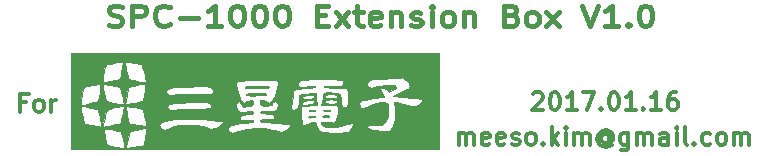
<source format=gto>
G04 #@! TF.FileFunction,Legend,Top*
%FSLAX46Y46*%
G04 Gerber Fmt 4.6, Leading zero omitted, Abs format (unit mm)*
G04 Created by KiCad (PCBNEW 4.0.7) date 01/29/18 15:33:40*
%MOMM*%
%LPD*%
G01*
G04 APERTURE LIST*
%ADD10C,0.100000*%
%ADD11C,0.425000*%
%ADD12C,0.300000*%
%ADD13C,0.010000*%
G04 APERTURE END LIST*
D10*
D11*
X130415998Y-98224095D02*
X130701713Y-98305048D01*
X131177903Y-98305048D01*
X131368379Y-98224095D01*
X131463617Y-98143143D01*
X131558856Y-97981238D01*
X131558856Y-97819333D01*
X131463617Y-97657429D01*
X131368379Y-97576476D01*
X131177903Y-97495524D01*
X130796951Y-97414571D01*
X130606475Y-97333619D01*
X130511236Y-97252667D01*
X130415998Y-97090762D01*
X130415998Y-96928857D01*
X130511236Y-96766952D01*
X130606475Y-96686000D01*
X130796951Y-96605048D01*
X131273141Y-96605048D01*
X131558856Y-96686000D01*
X132415998Y-98305048D02*
X132415998Y-96605048D01*
X133177903Y-96605048D01*
X133368379Y-96686000D01*
X133463618Y-96766952D01*
X133558856Y-96928857D01*
X133558856Y-97171714D01*
X133463618Y-97333619D01*
X133368379Y-97414571D01*
X133177903Y-97495524D01*
X132415998Y-97495524D01*
X135558856Y-98143143D02*
X135463618Y-98224095D01*
X135177903Y-98305048D01*
X134987427Y-98305048D01*
X134701713Y-98224095D01*
X134511237Y-98062190D01*
X134415998Y-97900286D01*
X134320760Y-97576476D01*
X134320760Y-97333619D01*
X134415998Y-97009810D01*
X134511237Y-96847905D01*
X134701713Y-96686000D01*
X134987427Y-96605048D01*
X135177903Y-96605048D01*
X135463618Y-96686000D01*
X135558856Y-96766952D01*
X136415998Y-97657429D02*
X137939808Y-97657429D01*
X139939808Y-98305048D02*
X138796950Y-98305048D01*
X139368379Y-98305048D02*
X139368379Y-96605048D01*
X139177903Y-96847905D01*
X138987427Y-97009810D01*
X138796950Y-97090762D01*
X141177903Y-96605048D02*
X141368379Y-96605048D01*
X141558855Y-96686000D01*
X141654093Y-96766952D01*
X141749331Y-96928857D01*
X141844570Y-97252667D01*
X141844570Y-97657429D01*
X141749331Y-97981238D01*
X141654093Y-98143143D01*
X141558855Y-98224095D01*
X141368379Y-98305048D01*
X141177903Y-98305048D01*
X140987427Y-98224095D01*
X140892189Y-98143143D01*
X140796950Y-97981238D01*
X140701712Y-97657429D01*
X140701712Y-97252667D01*
X140796950Y-96928857D01*
X140892189Y-96766952D01*
X140987427Y-96686000D01*
X141177903Y-96605048D01*
X143082665Y-96605048D02*
X143273141Y-96605048D01*
X143463617Y-96686000D01*
X143558855Y-96766952D01*
X143654093Y-96928857D01*
X143749332Y-97252667D01*
X143749332Y-97657429D01*
X143654093Y-97981238D01*
X143558855Y-98143143D01*
X143463617Y-98224095D01*
X143273141Y-98305048D01*
X143082665Y-98305048D01*
X142892189Y-98224095D01*
X142796951Y-98143143D01*
X142701712Y-97981238D01*
X142606474Y-97657429D01*
X142606474Y-97252667D01*
X142701712Y-96928857D01*
X142796951Y-96766952D01*
X142892189Y-96686000D01*
X143082665Y-96605048D01*
X144987427Y-96605048D02*
X145177903Y-96605048D01*
X145368379Y-96686000D01*
X145463617Y-96766952D01*
X145558855Y-96928857D01*
X145654094Y-97252667D01*
X145654094Y-97657429D01*
X145558855Y-97981238D01*
X145463617Y-98143143D01*
X145368379Y-98224095D01*
X145177903Y-98305048D01*
X144987427Y-98305048D01*
X144796951Y-98224095D01*
X144701713Y-98143143D01*
X144606474Y-97981238D01*
X144511236Y-97657429D01*
X144511236Y-97252667D01*
X144606474Y-96928857D01*
X144701713Y-96766952D01*
X144796951Y-96686000D01*
X144987427Y-96605048D01*
X148035046Y-97414571D02*
X148701713Y-97414571D01*
X148987427Y-98305048D02*
X148035046Y-98305048D01*
X148035046Y-96605048D01*
X148987427Y-96605048D01*
X149654094Y-98305048D02*
X150701713Y-97171714D01*
X149654094Y-97171714D02*
X150701713Y-98305048D01*
X151177904Y-97171714D02*
X151939809Y-97171714D01*
X151463618Y-96605048D02*
X151463618Y-98062190D01*
X151558857Y-98224095D01*
X151749333Y-98305048D01*
X151939809Y-98305048D01*
X153368380Y-98224095D02*
X153177904Y-98305048D01*
X152796952Y-98305048D01*
X152606475Y-98224095D01*
X152511237Y-98062190D01*
X152511237Y-97414571D01*
X152606475Y-97252667D01*
X152796952Y-97171714D01*
X153177904Y-97171714D01*
X153368380Y-97252667D01*
X153463618Y-97414571D01*
X153463618Y-97576476D01*
X152511237Y-97738381D01*
X154320761Y-97171714D02*
X154320761Y-98305048D01*
X154320761Y-97333619D02*
X154416000Y-97252667D01*
X154606476Y-97171714D01*
X154892190Y-97171714D01*
X155082666Y-97252667D01*
X155177904Y-97414571D01*
X155177904Y-98305048D01*
X156035047Y-98224095D02*
X156225524Y-98305048D01*
X156606476Y-98305048D01*
X156796952Y-98224095D01*
X156892190Y-98062190D01*
X156892190Y-97981238D01*
X156796952Y-97819333D01*
X156606476Y-97738381D01*
X156320762Y-97738381D01*
X156130285Y-97657429D01*
X156035047Y-97495524D01*
X156035047Y-97414571D01*
X156130285Y-97252667D01*
X156320762Y-97171714D01*
X156606476Y-97171714D01*
X156796952Y-97252667D01*
X157749333Y-98305048D02*
X157749333Y-97171714D01*
X157749333Y-96605048D02*
X157654095Y-96686000D01*
X157749333Y-96766952D01*
X157844572Y-96686000D01*
X157749333Y-96605048D01*
X157749333Y-96766952D01*
X158987429Y-98305048D02*
X158796953Y-98224095D01*
X158701714Y-98143143D01*
X158606476Y-97981238D01*
X158606476Y-97495524D01*
X158701714Y-97333619D01*
X158796953Y-97252667D01*
X158987429Y-97171714D01*
X159273143Y-97171714D01*
X159463619Y-97252667D01*
X159558857Y-97333619D01*
X159654095Y-97495524D01*
X159654095Y-97981238D01*
X159558857Y-98143143D01*
X159463619Y-98224095D01*
X159273143Y-98305048D01*
X158987429Y-98305048D01*
X160511238Y-97171714D02*
X160511238Y-98305048D01*
X160511238Y-97333619D02*
X160606477Y-97252667D01*
X160796953Y-97171714D01*
X161082667Y-97171714D01*
X161273143Y-97252667D01*
X161368381Y-97414571D01*
X161368381Y-98305048D01*
X164511239Y-97414571D02*
X164796953Y-97495524D01*
X164892192Y-97576476D01*
X164987430Y-97738381D01*
X164987430Y-97981238D01*
X164892192Y-98143143D01*
X164796953Y-98224095D01*
X164606477Y-98305048D01*
X163844572Y-98305048D01*
X163844572Y-96605048D01*
X164511239Y-96605048D01*
X164701715Y-96686000D01*
X164796953Y-96766952D01*
X164892192Y-96928857D01*
X164892192Y-97090762D01*
X164796953Y-97252667D01*
X164701715Y-97333619D01*
X164511239Y-97414571D01*
X163844572Y-97414571D01*
X166130287Y-98305048D02*
X165939811Y-98224095D01*
X165844572Y-98143143D01*
X165749334Y-97981238D01*
X165749334Y-97495524D01*
X165844572Y-97333619D01*
X165939811Y-97252667D01*
X166130287Y-97171714D01*
X166416001Y-97171714D01*
X166606477Y-97252667D01*
X166701715Y-97333619D01*
X166796953Y-97495524D01*
X166796953Y-97981238D01*
X166701715Y-98143143D01*
X166606477Y-98224095D01*
X166416001Y-98305048D01*
X166130287Y-98305048D01*
X167463620Y-98305048D02*
X168511239Y-97171714D01*
X167463620Y-97171714D02*
X168511239Y-98305048D01*
X170511240Y-96605048D02*
X171177907Y-98305048D01*
X171844574Y-96605048D01*
X173558860Y-98305048D02*
X172416002Y-98305048D01*
X172987431Y-98305048D02*
X172987431Y-96605048D01*
X172796955Y-96847905D01*
X172606479Y-97009810D01*
X172416002Y-97090762D01*
X174416002Y-98143143D02*
X174511241Y-98224095D01*
X174416002Y-98305048D01*
X174320764Y-98224095D01*
X174416002Y-98143143D01*
X174416002Y-98305048D01*
X175749336Y-96605048D02*
X175939812Y-96605048D01*
X176130288Y-96686000D01*
X176225526Y-96766952D01*
X176320764Y-96928857D01*
X176416003Y-97252667D01*
X176416003Y-97657429D01*
X176320764Y-97981238D01*
X176225526Y-98143143D01*
X176130288Y-98224095D01*
X175939812Y-98305048D01*
X175749336Y-98305048D01*
X175558860Y-98224095D01*
X175463622Y-98143143D01*
X175368383Y-97981238D01*
X175273145Y-97657429D01*
X175273145Y-97252667D01*
X175368383Y-96928857D01*
X175463622Y-96766952D01*
X175558860Y-96686000D01*
X175749336Y-96605048D01*
D12*
X123404429Y-104794857D02*
X122904429Y-104794857D01*
X122904429Y-105580571D02*
X122904429Y-104080571D01*
X123618715Y-104080571D01*
X124404429Y-105580571D02*
X124261571Y-105509143D01*
X124190143Y-105437714D01*
X124118714Y-105294857D01*
X124118714Y-104866286D01*
X124190143Y-104723429D01*
X124261571Y-104652000D01*
X124404429Y-104580571D01*
X124618714Y-104580571D01*
X124761571Y-104652000D01*
X124833000Y-104723429D01*
X124904429Y-104866286D01*
X124904429Y-105294857D01*
X124833000Y-105437714D01*
X124761571Y-105509143D01*
X124618714Y-105580571D01*
X124404429Y-105580571D01*
X125547286Y-105580571D02*
X125547286Y-104580571D01*
X125547286Y-104866286D02*
X125618714Y-104723429D01*
X125690143Y-104652000D01*
X125833000Y-104580571D01*
X125975857Y-104580571D01*
X166323144Y-104096429D02*
X166394573Y-104025000D01*
X166537430Y-103953571D01*
X166894573Y-103953571D01*
X167037430Y-104025000D01*
X167108859Y-104096429D01*
X167180287Y-104239286D01*
X167180287Y-104382143D01*
X167108859Y-104596429D01*
X166251716Y-105453571D01*
X167180287Y-105453571D01*
X168108858Y-103953571D02*
X168251715Y-103953571D01*
X168394572Y-104025000D01*
X168466001Y-104096429D01*
X168537430Y-104239286D01*
X168608858Y-104525000D01*
X168608858Y-104882143D01*
X168537430Y-105167857D01*
X168466001Y-105310714D01*
X168394572Y-105382143D01*
X168251715Y-105453571D01*
X168108858Y-105453571D01*
X167966001Y-105382143D01*
X167894572Y-105310714D01*
X167823144Y-105167857D01*
X167751715Y-104882143D01*
X167751715Y-104525000D01*
X167823144Y-104239286D01*
X167894572Y-104096429D01*
X167966001Y-104025000D01*
X168108858Y-103953571D01*
X170037429Y-105453571D02*
X169180286Y-105453571D01*
X169608858Y-105453571D02*
X169608858Y-103953571D01*
X169466001Y-104167857D01*
X169323143Y-104310714D01*
X169180286Y-104382143D01*
X170537429Y-103953571D02*
X171537429Y-103953571D01*
X170894572Y-105453571D01*
X172108857Y-105310714D02*
X172180285Y-105382143D01*
X172108857Y-105453571D01*
X172037428Y-105382143D01*
X172108857Y-105310714D01*
X172108857Y-105453571D01*
X173108857Y-103953571D02*
X173251714Y-103953571D01*
X173394571Y-104025000D01*
X173466000Y-104096429D01*
X173537429Y-104239286D01*
X173608857Y-104525000D01*
X173608857Y-104882143D01*
X173537429Y-105167857D01*
X173466000Y-105310714D01*
X173394571Y-105382143D01*
X173251714Y-105453571D01*
X173108857Y-105453571D01*
X172966000Y-105382143D01*
X172894571Y-105310714D01*
X172823143Y-105167857D01*
X172751714Y-104882143D01*
X172751714Y-104525000D01*
X172823143Y-104239286D01*
X172894571Y-104096429D01*
X172966000Y-104025000D01*
X173108857Y-103953571D01*
X175037428Y-105453571D02*
X174180285Y-105453571D01*
X174608857Y-105453571D02*
X174608857Y-103953571D01*
X174466000Y-104167857D01*
X174323142Y-104310714D01*
X174180285Y-104382143D01*
X175680285Y-105310714D02*
X175751713Y-105382143D01*
X175680285Y-105453571D01*
X175608856Y-105382143D01*
X175680285Y-105310714D01*
X175680285Y-105453571D01*
X177180285Y-105453571D02*
X176323142Y-105453571D01*
X176751714Y-105453571D02*
X176751714Y-103953571D01*
X176608857Y-104167857D01*
X176465999Y-104310714D01*
X176323142Y-104382143D01*
X178465999Y-103953571D02*
X178180285Y-103953571D01*
X178037428Y-104025000D01*
X177965999Y-104096429D01*
X177823142Y-104310714D01*
X177751713Y-104596429D01*
X177751713Y-105167857D01*
X177823142Y-105310714D01*
X177894570Y-105382143D01*
X178037428Y-105453571D01*
X178323142Y-105453571D01*
X178465999Y-105382143D01*
X178537428Y-105310714D01*
X178608856Y-105167857D01*
X178608856Y-104810714D01*
X178537428Y-104667857D01*
X178465999Y-104596429D01*
X178323142Y-104525000D01*
X178037428Y-104525000D01*
X177894570Y-104596429D01*
X177823142Y-104667857D01*
X177751713Y-104810714D01*
X160053286Y-108374571D02*
X160053286Y-107374571D01*
X160053286Y-107517429D02*
X160124714Y-107446000D01*
X160267572Y-107374571D01*
X160481857Y-107374571D01*
X160624714Y-107446000D01*
X160696143Y-107588857D01*
X160696143Y-108374571D01*
X160696143Y-107588857D02*
X160767572Y-107446000D01*
X160910429Y-107374571D01*
X161124714Y-107374571D01*
X161267572Y-107446000D01*
X161339000Y-107588857D01*
X161339000Y-108374571D01*
X162624714Y-108303143D02*
X162481857Y-108374571D01*
X162196143Y-108374571D01*
X162053286Y-108303143D01*
X161981857Y-108160286D01*
X161981857Y-107588857D01*
X162053286Y-107446000D01*
X162196143Y-107374571D01*
X162481857Y-107374571D01*
X162624714Y-107446000D01*
X162696143Y-107588857D01*
X162696143Y-107731714D01*
X161981857Y-107874571D01*
X163910428Y-108303143D02*
X163767571Y-108374571D01*
X163481857Y-108374571D01*
X163339000Y-108303143D01*
X163267571Y-108160286D01*
X163267571Y-107588857D01*
X163339000Y-107446000D01*
X163481857Y-107374571D01*
X163767571Y-107374571D01*
X163910428Y-107446000D01*
X163981857Y-107588857D01*
X163981857Y-107731714D01*
X163267571Y-107874571D01*
X164553285Y-108303143D02*
X164696142Y-108374571D01*
X164981857Y-108374571D01*
X165124714Y-108303143D01*
X165196142Y-108160286D01*
X165196142Y-108088857D01*
X165124714Y-107946000D01*
X164981857Y-107874571D01*
X164767571Y-107874571D01*
X164624714Y-107803143D01*
X164553285Y-107660286D01*
X164553285Y-107588857D01*
X164624714Y-107446000D01*
X164767571Y-107374571D01*
X164981857Y-107374571D01*
X165124714Y-107446000D01*
X166053286Y-108374571D02*
X165910428Y-108303143D01*
X165839000Y-108231714D01*
X165767571Y-108088857D01*
X165767571Y-107660286D01*
X165839000Y-107517429D01*
X165910428Y-107446000D01*
X166053286Y-107374571D01*
X166267571Y-107374571D01*
X166410428Y-107446000D01*
X166481857Y-107517429D01*
X166553286Y-107660286D01*
X166553286Y-108088857D01*
X166481857Y-108231714D01*
X166410428Y-108303143D01*
X166267571Y-108374571D01*
X166053286Y-108374571D01*
X167196143Y-108231714D02*
X167267571Y-108303143D01*
X167196143Y-108374571D01*
X167124714Y-108303143D01*
X167196143Y-108231714D01*
X167196143Y-108374571D01*
X167910429Y-108374571D02*
X167910429Y-106874571D01*
X168053286Y-107803143D02*
X168481857Y-108374571D01*
X168481857Y-107374571D02*
X167910429Y-107946000D01*
X169124715Y-108374571D02*
X169124715Y-107374571D01*
X169124715Y-106874571D02*
X169053286Y-106946000D01*
X169124715Y-107017429D01*
X169196143Y-106946000D01*
X169124715Y-106874571D01*
X169124715Y-107017429D01*
X169839001Y-108374571D02*
X169839001Y-107374571D01*
X169839001Y-107517429D02*
X169910429Y-107446000D01*
X170053287Y-107374571D01*
X170267572Y-107374571D01*
X170410429Y-107446000D01*
X170481858Y-107588857D01*
X170481858Y-108374571D01*
X170481858Y-107588857D02*
X170553287Y-107446000D01*
X170696144Y-107374571D01*
X170910429Y-107374571D01*
X171053287Y-107446000D01*
X171124715Y-107588857D01*
X171124715Y-108374571D01*
X172767572Y-107660286D02*
X172696144Y-107588857D01*
X172553287Y-107517429D01*
X172410429Y-107517429D01*
X172267572Y-107588857D01*
X172196144Y-107660286D01*
X172124715Y-107803143D01*
X172124715Y-107946000D01*
X172196144Y-108088857D01*
X172267572Y-108160286D01*
X172410429Y-108231714D01*
X172553287Y-108231714D01*
X172696144Y-108160286D01*
X172767572Y-108088857D01*
X172767572Y-107517429D02*
X172767572Y-108088857D01*
X172839001Y-108160286D01*
X172910429Y-108160286D01*
X173053287Y-108088857D01*
X173124715Y-107946000D01*
X173124715Y-107588857D01*
X172981858Y-107374571D01*
X172767572Y-107231714D01*
X172481858Y-107160286D01*
X172196144Y-107231714D01*
X171981858Y-107374571D01*
X171839001Y-107588857D01*
X171767572Y-107874571D01*
X171839001Y-108160286D01*
X171981858Y-108374571D01*
X172196144Y-108517429D01*
X172481858Y-108588857D01*
X172767572Y-108517429D01*
X172981858Y-108374571D01*
X174410429Y-107374571D02*
X174410429Y-108588857D01*
X174339000Y-108731714D01*
X174267572Y-108803143D01*
X174124715Y-108874571D01*
X173910429Y-108874571D01*
X173767572Y-108803143D01*
X174410429Y-108303143D02*
X174267572Y-108374571D01*
X173981858Y-108374571D01*
X173839000Y-108303143D01*
X173767572Y-108231714D01*
X173696143Y-108088857D01*
X173696143Y-107660286D01*
X173767572Y-107517429D01*
X173839000Y-107446000D01*
X173981858Y-107374571D01*
X174267572Y-107374571D01*
X174410429Y-107446000D01*
X175124715Y-108374571D02*
X175124715Y-107374571D01*
X175124715Y-107517429D02*
X175196143Y-107446000D01*
X175339001Y-107374571D01*
X175553286Y-107374571D01*
X175696143Y-107446000D01*
X175767572Y-107588857D01*
X175767572Y-108374571D01*
X175767572Y-107588857D02*
X175839001Y-107446000D01*
X175981858Y-107374571D01*
X176196143Y-107374571D01*
X176339001Y-107446000D01*
X176410429Y-107588857D01*
X176410429Y-108374571D01*
X177767572Y-108374571D02*
X177767572Y-107588857D01*
X177696143Y-107446000D01*
X177553286Y-107374571D01*
X177267572Y-107374571D01*
X177124715Y-107446000D01*
X177767572Y-108303143D02*
X177624715Y-108374571D01*
X177267572Y-108374571D01*
X177124715Y-108303143D01*
X177053286Y-108160286D01*
X177053286Y-108017429D01*
X177124715Y-107874571D01*
X177267572Y-107803143D01*
X177624715Y-107803143D01*
X177767572Y-107731714D01*
X178481858Y-108374571D02*
X178481858Y-107374571D01*
X178481858Y-106874571D02*
X178410429Y-106946000D01*
X178481858Y-107017429D01*
X178553286Y-106946000D01*
X178481858Y-106874571D01*
X178481858Y-107017429D01*
X179410430Y-108374571D02*
X179267572Y-108303143D01*
X179196144Y-108160286D01*
X179196144Y-106874571D01*
X179981858Y-108231714D02*
X180053286Y-108303143D01*
X179981858Y-108374571D01*
X179910429Y-108303143D01*
X179981858Y-108231714D01*
X179981858Y-108374571D01*
X181339001Y-108303143D02*
X181196144Y-108374571D01*
X180910430Y-108374571D01*
X180767572Y-108303143D01*
X180696144Y-108231714D01*
X180624715Y-108088857D01*
X180624715Y-107660286D01*
X180696144Y-107517429D01*
X180767572Y-107446000D01*
X180910430Y-107374571D01*
X181196144Y-107374571D01*
X181339001Y-107446000D01*
X182196144Y-108374571D02*
X182053286Y-108303143D01*
X181981858Y-108231714D01*
X181910429Y-108088857D01*
X181910429Y-107660286D01*
X181981858Y-107517429D01*
X182053286Y-107446000D01*
X182196144Y-107374571D01*
X182410429Y-107374571D01*
X182553286Y-107446000D01*
X182624715Y-107517429D01*
X182696144Y-107660286D01*
X182696144Y-108088857D01*
X182624715Y-108231714D01*
X182553286Y-108303143D01*
X182410429Y-108374571D01*
X182196144Y-108374571D01*
X183339001Y-108374571D02*
X183339001Y-107374571D01*
X183339001Y-107517429D02*
X183410429Y-107446000D01*
X183553287Y-107374571D01*
X183767572Y-107374571D01*
X183910429Y-107446000D01*
X183981858Y-107588857D01*
X183981858Y-108374571D01*
X183981858Y-107588857D02*
X184053287Y-107446000D01*
X184196144Y-107374571D01*
X184410429Y-107374571D01*
X184553287Y-107446000D01*
X184624715Y-107588857D01*
X184624715Y-108374571D01*
D13*
G36*
X158369000Y-108775500D02*
X127190500Y-108775500D01*
X127190500Y-107078357D01*
X129984500Y-107078357D01*
X129996170Y-107171863D01*
X130026947Y-107350075D01*
X130070482Y-107581303D01*
X130120426Y-107833858D01*
X130170430Y-108076050D01*
X130214144Y-108276189D01*
X130245220Y-108402587D01*
X130255305Y-108429981D01*
X130317499Y-108444224D01*
X130474788Y-108475429D01*
X130697284Y-108518019D01*
X130955100Y-108566413D01*
X131218346Y-108615035D01*
X131457135Y-108658305D01*
X131641579Y-108690646D01*
X131722281Y-108703783D01*
X131750681Y-108659349D01*
X131747785Y-108636800D01*
X131892425Y-108636800D01*
X131911206Y-108697622D01*
X131980052Y-108692513D01*
X131991354Y-108689106D01*
X132111062Y-108658125D01*
X132313268Y-108611588D01*
X132555993Y-108559127D01*
X132576276Y-108554885D01*
X132825641Y-108507000D01*
X133043698Y-108472369D01*
X133185603Y-108458058D01*
X133191122Y-108458000D01*
X133326395Y-108414693D01*
X133374999Y-108346875D01*
X133408771Y-108205830D01*
X133449409Y-107993954D01*
X133492150Y-107742507D01*
X133532234Y-107482748D01*
X133564897Y-107245937D01*
X133585379Y-107063336D01*
X133588916Y-106966203D01*
X133586452Y-106958786D01*
X133514837Y-106959067D01*
X133351489Y-106987124D01*
X133127200Y-107037326D01*
X133045148Y-107057770D01*
X132785800Y-107119128D01*
X132555948Y-107164932D01*
X132397206Y-107187095D01*
X132374792Y-107188000D01*
X132293375Y-107191066D01*
X132229533Y-107210870D01*
X132177583Y-107263320D01*
X132131841Y-107364321D01*
X132086623Y-107529782D01*
X132036246Y-107775609D01*
X131975026Y-108117710D01*
X131912771Y-108481096D01*
X131892425Y-108636800D01*
X131747785Y-108636800D01*
X131739091Y-108569125D01*
X131709621Y-108442186D01*
X131664745Y-108229802D01*
X131612701Y-107971308D01*
X131596117Y-107886500D01*
X131540641Y-107633100D01*
X131483515Y-107425233D01*
X131434442Y-107296633D01*
X131420556Y-107276178D01*
X131327417Y-107234402D01*
X131143676Y-107186704D01*
X130904869Y-107141916D01*
X130841750Y-107132355D01*
X130576805Y-107092547D01*
X130340170Y-107054185D01*
X130176706Y-107024594D01*
X130159125Y-107020898D01*
X130028144Y-107010725D01*
X129984993Y-107066083D01*
X129984500Y-107078357D01*
X127190500Y-107078357D01*
X127190500Y-105111251D01*
X128039581Y-105111251D01*
X128040521Y-105180300D01*
X128063753Y-105342651D01*
X128103187Y-105567815D01*
X128152730Y-105825308D01*
X128206291Y-106084641D01*
X128257779Y-106315330D01*
X128301103Y-106486886D01*
X128330172Y-106568824D01*
X128331018Y-106569883D01*
X128407001Y-106600410D01*
X128575950Y-106644926D01*
X128805496Y-106696916D01*
X129063271Y-106749864D01*
X129316908Y-106797256D01*
X129534036Y-106832578D01*
X129682289Y-106849314D01*
X129717979Y-106849037D01*
X129769614Y-106822875D01*
X129925184Y-106822875D01*
X129943972Y-106859129D01*
X130022804Y-106865477D01*
X130182037Y-106840202D01*
X130442024Y-106781589D01*
X130456693Y-106778075D01*
X130721284Y-106717335D01*
X130986810Y-106660714D01*
X131125591Y-106633569D01*
X131241752Y-106612532D01*
X131325506Y-106586046D01*
X131386667Y-106534389D01*
X131435049Y-106437836D01*
X131480466Y-106276664D01*
X131532734Y-106031150D01*
X131601667Y-105681568D01*
X131603217Y-105673714D01*
X131647151Y-105429589D01*
X131673903Y-105236561D01*
X131676612Y-105182933D01*
X131849726Y-105182933D01*
X131875031Y-105353036D01*
X131921780Y-105595169D01*
X131983413Y-105874700D01*
X132152704Y-106602690D01*
X132572296Y-106647625D01*
X132810350Y-106678889D01*
X133012645Y-106715587D01*
X133123319Y-106745754D01*
X133288130Y-106787714D01*
X133437312Y-106802974D01*
X133559146Y-106795900D01*
X133596617Y-106741988D01*
X133594509Y-106728336D01*
X134699288Y-106728336D01*
X134747633Y-106871683D01*
X134901063Y-107043079D01*
X135114712Y-107106930D01*
X135379565Y-107062155D01*
X135580376Y-106971288D01*
X135917420Y-106836581D01*
X136343720Y-106744111D01*
X136828497Y-106694632D01*
X137340971Y-106688898D01*
X137850366Y-106727665D01*
X138325900Y-106811687D01*
X138619145Y-106896779D01*
X138858633Y-106978703D01*
X139019291Y-107021179D01*
X139142049Y-107027025D01*
X139267839Y-106999059D01*
X139407098Y-106951030D01*
X139412246Y-106948674D01*
X140540151Y-106948674D01*
X140547821Y-107126573D01*
X140661511Y-107275996D01*
X140666629Y-107279649D01*
X140760864Y-107339980D01*
X140847715Y-107367581D01*
X140958337Y-107359959D01*
X141123890Y-107314622D01*
X141375532Y-107229076D01*
X141398319Y-107221118D01*
X142116238Y-107031229D01*
X142856175Y-106949704D01*
X143591836Y-106977005D01*
X144296927Y-107113597D01*
X144471815Y-107167009D01*
X144720415Y-107247089D01*
X144885020Y-107289076D01*
X145001892Y-107295711D01*
X145107293Y-107269733D01*
X145216681Y-107223275D01*
X145410473Y-107116573D01*
X145593071Y-106984491D01*
X145732074Y-106853937D01*
X145795080Y-106751823D01*
X145796000Y-106742140D01*
X145742327Y-106683878D01*
X145653125Y-106651283D01*
X145487750Y-106624989D01*
X145229373Y-106594922D01*
X144911819Y-106563952D01*
X144568911Y-106534955D01*
X144234473Y-106510803D01*
X143942329Y-106494369D01*
X143737096Y-106488527D01*
X143444115Y-106472445D01*
X143265158Y-106426925D01*
X143204347Y-106353421D01*
X143219862Y-106306099D01*
X143305191Y-106269648D01*
X143495086Y-106245224D01*
X143767450Y-106235554D01*
X143791722Y-106235500D01*
X144116037Y-106223546D01*
X144325146Y-106184420D01*
X144428875Y-106113227D01*
X144437049Y-106005068D01*
X144405275Y-105929725D01*
X144349287Y-105865550D01*
X144245324Y-105820848D01*
X144066775Y-105788237D01*
X143797618Y-105761215D01*
X143524165Y-105733574D01*
X143356782Y-105702516D01*
X143274557Y-105662506D01*
X143256000Y-105617897D01*
X143272720Y-105572510D01*
X143337791Y-105546659D01*
X143473573Y-105537864D01*
X143702429Y-105543643D01*
X143857498Y-105551157D01*
X144185432Y-105560735D01*
X144409873Y-105540899D01*
X144553147Y-105479544D01*
X144637577Y-105364565D01*
X144685486Y-105183855D01*
X144698829Y-105094914D01*
X144699871Y-105076480D01*
X145834616Y-105076480D01*
X145857599Y-105285273D01*
X145956777Y-105393570D01*
X146047040Y-105410000D01*
X146269501Y-105363122D01*
X146426557Y-105218877D01*
X146521463Y-104971842D01*
X146531341Y-104874384D01*
X146757432Y-104874384D01*
X146769573Y-104928826D01*
X146817689Y-104994502D01*
X146912987Y-105022894D01*
X147079491Y-105015400D01*
X147341230Y-104973416D01*
X147387419Y-104964756D01*
X147641422Y-104897395D01*
X147771946Y-104813872D01*
X147781758Y-104711866D01*
X147749055Y-104661140D01*
X147667812Y-104613053D01*
X147516277Y-104600355D01*
X147292313Y-104617509D01*
X146990887Y-104672879D01*
X146812656Y-104758467D01*
X146757432Y-104874384D01*
X146531341Y-104874384D01*
X146557473Y-104616596D01*
X146558000Y-104558780D01*
X146558000Y-104375727D01*
X146764107Y-104375727D01*
X146776423Y-104458407D01*
X146908089Y-104503948D01*
X147157816Y-104511543D01*
X147269685Y-104505317D01*
X147498918Y-104481217D01*
X147678732Y-104448155D01*
X147770657Y-104413231D01*
X147771128Y-104412771D01*
X147803659Y-104308268D01*
X147791537Y-104245868D01*
X147703830Y-104176201D01*
X147533584Y-104139414D01*
X147320799Y-104135036D01*
X147105480Y-104162594D01*
X146927628Y-104221616D01*
X146872431Y-104256716D01*
X146764107Y-104375727D01*
X146558000Y-104375727D01*
X146558000Y-104145754D01*
X146796125Y-104099805D01*
X146985841Y-104075183D01*
X147242873Y-104056810D01*
X147478750Y-104049302D01*
X147923250Y-104044750D01*
X147959831Y-104425750D01*
X147987225Y-104648956D01*
X148020114Y-104830894D01*
X148043669Y-104911802D01*
X148051997Y-104963294D01*
X148007522Y-104998904D01*
X147888980Y-105024686D01*
X147675112Y-105046692D01*
X147530838Y-105057803D01*
X147184361Y-105081614D01*
X146945016Y-105105414D01*
X146794170Y-105146857D01*
X146713191Y-105223595D01*
X146683445Y-105353281D01*
X146686299Y-105553568D01*
X146703114Y-105841992D01*
X146721657Y-106133137D01*
X146743941Y-106384626D01*
X146766779Y-106564520D01*
X146782003Y-106632375D01*
X146874970Y-106725508D01*
X147021866Y-106730403D01*
X147186771Y-106648582D01*
X147227943Y-106613499D01*
X147427068Y-106505788D01*
X147642244Y-106470624D01*
X147814833Y-106468303D01*
X147901006Y-106502320D01*
X147941155Y-106602059D01*
X147959198Y-106701171D01*
X148016961Y-106910492D01*
X148120217Y-107073294D01*
X148282341Y-107194377D01*
X148516706Y-107278540D01*
X148836686Y-107330582D01*
X149255653Y-107355304D01*
X149786981Y-107357503D01*
X149788039Y-107357490D01*
X150636829Y-107346750D01*
X150838358Y-107113438D01*
X151006496Y-106900827D01*
X151126770Y-106713225D01*
X151185231Y-106575045D01*
X151178974Y-106517307D01*
X151106159Y-106518312D01*
X150942278Y-106551636D01*
X150717174Y-106610743D01*
X150612670Y-106641347D01*
X150033393Y-106796828D01*
X149531884Y-106891934D01*
X149114261Y-106926940D01*
X148786641Y-106902126D01*
X148555142Y-106817769D01*
X148425881Y-106674146D01*
X148399500Y-106540863D01*
X148418542Y-106474209D01*
X148494934Y-106439330D01*
X148657570Y-106426834D01*
X148752924Y-106426000D01*
X148972650Y-106437064D01*
X149153845Y-106465434D01*
X149224574Y-106489272D01*
X149389263Y-106526916D01*
X149531800Y-106448850D01*
X149654539Y-106252037D01*
X149759838Y-105933442D01*
X149803425Y-105743428D01*
X149845074Y-105508711D01*
X149850472Y-105353151D01*
X149819084Y-105234033D01*
X149796466Y-105187688D01*
X149728641Y-105089319D01*
X149635555Y-105042725D01*
X149474749Y-105031943D01*
X149387436Y-105033903D01*
X149128431Y-105038515D01*
X148833573Y-105038530D01*
X148697524Y-105036627D01*
X148492381Y-105030358D01*
X148391971Y-105014338D01*
X148374050Y-104976308D01*
X148416375Y-104904005D01*
X148427649Y-104887870D01*
X148489273Y-104736368D01*
X148491105Y-104725281D01*
X148724512Y-104725281D01*
X148738325Y-104802481D01*
X148787021Y-104855782D01*
X148898969Y-104886806D01*
X149098973Y-104900312D01*
X149256750Y-104902000D01*
X149516205Y-104896147D01*
X149673867Y-104875415D01*
X149754537Y-104835043D01*
X149775174Y-104802481D01*
X149776706Y-104680351D01*
X149668001Y-104600181D01*
X149444666Y-104559871D01*
X149255404Y-104553939D01*
X148962907Y-104572877D01*
X148787578Y-104629205D01*
X148724512Y-104725281D01*
X148491105Y-104725281D01*
X148523767Y-104527681D01*
X148526500Y-104455507D01*
X148534729Y-104281129D01*
X148724390Y-104281129D01*
X148738325Y-104357981D01*
X148820360Y-104414950D01*
X148988850Y-104451031D01*
X149204981Y-104466225D01*
X149429937Y-104460530D01*
X149624904Y-104433948D01*
X149751066Y-104386477D01*
X149775174Y-104357981D01*
X149776526Y-104235818D01*
X149667392Y-104155379D01*
X149443439Y-104114577D01*
X149256779Y-104108250D01*
X148963389Y-104126764D01*
X148787366Y-104183697D01*
X148724390Y-104281129D01*
X148534729Y-104281129D01*
X148537187Y-104229049D01*
X148582857Y-104079371D01*
X148683920Y-103993496D01*
X148860785Y-103958449D01*
X149133864Y-103961255D01*
X149288540Y-103971051D01*
X149556850Y-103996594D01*
X149781222Y-104029927D01*
X149928323Y-104065553D01*
X149962012Y-104082112D01*
X150011914Y-104188197D01*
X150047801Y-104400507D01*
X150063805Y-104631093D01*
X150089991Y-104938524D01*
X150145203Y-105130179D01*
X150236915Y-105215440D01*
X150372600Y-105203688D01*
X150479672Y-105153161D01*
X150558195Y-105104270D01*
X150608639Y-105046543D01*
X150637214Y-104953430D01*
X150637471Y-104950338D01*
X151589983Y-104950338D01*
X151648442Y-105114404D01*
X151698961Y-105166713D01*
X151804863Y-105242038D01*
X151904554Y-105272149D01*
X152029808Y-105253785D01*
X152212395Y-105183683D01*
X152409020Y-105093814D01*
X152753884Y-104954529D01*
X153100037Y-104853478D01*
X153422933Y-104794116D01*
X153698027Y-104779896D01*
X153900771Y-104814274D01*
X153988558Y-104871525D01*
X154032498Y-104990599D01*
X154062501Y-105211312D01*
X154074906Y-105490650D01*
X154072270Y-105773804D01*
X154050727Y-105974387D01*
X154001970Y-106136384D01*
X153923198Y-106294039D01*
X153797397Y-106475479D01*
X153642698Y-106601435D01*
X153434972Y-106681130D01*
X153150085Y-106723789D01*
X152763906Y-106738633D01*
X152759833Y-106738669D01*
X152477380Y-106746018D01*
X152306038Y-106763795D01*
X152230168Y-106794461D01*
X152224772Y-106822875D01*
X152318436Y-106928315D01*
X152510765Y-107026853D01*
X152773431Y-107113145D01*
X153078109Y-107181849D01*
X153396472Y-107227622D01*
X153700194Y-107245121D01*
X153960948Y-107229002D01*
X154132504Y-107182708D01*
X154295641Y-107055258D01*
X154454215Y-106843271D01*
X154583260Y-106587564D01*
X154657811Y-106328951D01*
X154658846Y-106322235D01*
X154675821Y-106075135D01*
X154670643Y-105752632D01*
X154645984Y-105403873D01*
X154604520Y-105078006D01*
X154585418Y-104972897D01*
X154542097Y-104758045D01*
X154852173Y-104804437D01*
X155067841Y-104847319D01*
X155346778Y-104917021D01*
X155632102Y-104999218D01*
X155658637Y-105007524D01*
X155980148Y-105096706D01*
X156220897Y-105125792D01*
X156414278Y-105090345D01*
X156593682Y-104985930D01*
X156733875Y-104864680D01*
X156864946Y-104737810D01*
X156943904Y-104642427D01*
X156959471Y-104572246D01*
X156900368Y-104520981D01*
X156755320Y-104482345D01*
X156513049Y-104450052D01*
X156162279Y-104417816D01*
X155892500Y-104395680D01*
X155546838Y-104366671D01*
X155220452Y-104337568D01*
X154947812Y-104311554D01*
X154763389Y-104291814D01*
X154749500Y-104290103D01*
X154463750Y-104254093D01*
X154781250Y-104090164D01*
X155026823Y-103973363D01*
X155312941Y-103851253D01*
X155479750Y-103786606D01*
X155693339Y-103700795D01*
X155813149Y-103626412D01*
X155867835Y-103541154D01*
X155881501Y-103473913D01*
X155866202Y-103225908D01*
X155769601Y-103025142D01*
X155609498Y-102903758D01*
X155557420Y-102888709D01*
X155399864Y-102818949D01*
X155335476Y-102728001D01*
X155294520Y-102652486D01*
X155257901Y-102678851D01*
X155175158Y-102712001D01*
X154970682Y-102738967D01*
X154642809Y-102759892D01*
X154189878Y-102774921D01*
X154143031Y-102775987D01*
X153766085Y-102786400D01*
X153414563Y-102799977D01*
X153116375Y-102815354D01*
X152899430Y-102831166D01*
X152816195Y-102840870D01*
X152530770Y-102919674D01*
X152339414Y-103042586D01*
X152251941Y-103197917D01*
X152278168Y-103373973D01*
X152315369Y-103437392D01*
X152435741Y-103538341D01*
X152612847Y-103560992D01*
X152865666Y-103506206D01*
X152979391Y-103467503D01*
X153163421Y-103420869D01*
X153431510Y-103377892D01*
X153740742Y-103344708D01*
X153925213Y-103332205D01*
X154234184Y-103319326D01*
X154441182Y-103319940D01*
X154570728Y-103336218D01*
X154647343Y-103370327D01*
X154676805Y-103398670D01*
X154728131Y-103498539D01*
X154691298Y-103590496D01*
X154553646Y-103692681D01*
X154421586Y-103764312D01*
X154165789Y-103894810D01*
X153930356Y-103731655D01*
X153703264Y-103606681D01*
X153526274Y-103567655D01*
X153414678Y-103604811D01*
X153383770Y-103708384D01*
X153448843Y-103868610D01*
X153536271Y-103983288D01*
X153672537Y-104157201D01*
X153733765Y-104278130D01*
X153712126Y-104329735D01*
X153702622Y-104330500D01*
X153578538Y-104340682D01*
X153365899Y-104368143D01*
X153092798Y-104408256D01*
X152787328Y-104456392D01*
X152477580Y-104507922D01*
X152191649Y-104558220D01*
X151957625Y-104602656D01*
X151803603Y-104636603D01*
X151760376Y-104650474D01*
X151629143Y-104780152D01*
X151589983Y-104950338D01*
X150637471Y-104950338D01*
X150650134Y-104798379D01*
X150653611Y-104554840D01*
X150653750Y-104409139D01*
X150648932Y-104089726D01*
X150632453Y-103874053D01*
X150601275Y-103739153D01*
X150555323Y-103664944D01*
X150488585Y-103623912D01*
X150370517Y-103594180D01*
X150181904Y-103573596D01*
X149903528Y-103560007D01*
X149544553Y-103551716D01*
X149169848Y-103542998D01*
X148905170Y-103529873D01*
X148733571Y-103510461D01*
X148638103Y-103482880D01*
X148602404Y-103447148D01*
X148607568Y-103409700D01*
X148665656Y-103387399D01*
X148795218Y-103379004D01*
X149014805Y-103383275D01*
X149331756Y-103398366D01*
X149690035Y-103413720D01*
X149940649Y-103411395D01*
X150102311Y-103386297D01*
X150193730Y-103333333D01*
X150233618Y-103247408D01*
X150241000Y-103150825D01*
X150234057Y-103057233D01*
X150203878Y-102984422D01*
X150136436Y-102929862D01*
X150017704Y-102891027D01*
X149833656Y-102865386D01*
X149570265Y-102850411D01*
X149213504Y-102843575D01*
X148749346Y-102842348D01*
X148532553Y-102842855D01*
X147962180Y-102847302D01*
X147506016Y-102858047D01*
X147151345Y-102877019D01*
X146885452Y-102906147D01*
X146695621Y-102947362D01*
X146569135Y-103002592D01*
X146493280Y-103073768D01*
X146456540Y-103157883D01*
X146429002Y-103324650D01*
X146459606Y-103428371D01*
X146566191Y-103479754D01*
X146766594Y-103489507D01*
X146986708Y-103476146D01*
X147255400Y-103452469D01*
X147501636Y-103427318D01*
X147675410Y-103405833D01*
X147685125Y-103404358D01*
X147834800Y-103402268D01*
X147889341Y-103440488D01*
X147837329Y-103495453D01*
X147745033Y-103527992D01*
X147623704Y-103546664D01*
X147408176Y-103568854D01*
X147131081Y-103591525D01*
X146882448Y-103608247D01*
X146527895Y-103634533D01*
X146281091Y-103670149D01*
X146122795Y-103725821D01*
X146033763Y-103812276D01*
X145994753Y-103940240D01*
X145986500Y-104107657D01*
X145969774Y-104326407D01*
X145926766Y-104594525D01*
X145888043Y-104768054D01*
X145834616Y-105076480D01*
X144699871Y-105076480D01*
X144709357Y-104908728D01*
X144669512Y-104797579D01*
X144614975Y-104746514D01*
X144476033Y-104701131D01*
X144346063Y-104738500D01*
X144274841Y-104840661D01*
X144272000Y-104870250D01*
X144212360Y-104983452D01*
X144038592Y-105058007D01*
X143758418Y-105091057D01*
X143671352Y-105092500D01*
X143465374Y-105087029D01*
X143349180Y-105060620D01*
X143285692Y-104998273D01*
X143251836Y-104922799D01*
X143206522Y-104734446D01*
X143252586Y-104632618D01*
X143396011Y-104609835D01*
X143491702Y-104622963D01*
X143671137Y-104674282D01*
X143802394Y-104742255D01*
X143814567Y-104752996D01*
X143955974Y-104836923D01*
X144098305Y-104803041D01*
X144244679Y-104648805D01*
X144398213Y-104371671D01*
X144463259Y-104223607D01*
X144567058Y-103938078D01*
X144650796Y-103641521D01*
X144697926Y-103393441D01*
X144700154Y-103371783D01*
X144712120Y-103220091D01*
X144708577Y-103100900D01*
X144676367Y-103010759D01*
X144602329Y-102946221D01*
X144473302Y-102903835D01*
X144276126Y-102880152D01*
X143997642Y-102871724D01*
X143624689Y-102875101D01*
X143144107Y-102886833D01*
X142878092Y-102894231D01*
X142406434Y-102909924D01*
X141996336Y-102928540D01*
X141662392Y-102949106D01*
X141419195Y-102970648D01*
X141281342Y-102992195D01*
X141256804Y-103002324D01*
X141203487Y-103138029D01*
X141207333Y-103366899D01*
X141265592Y-103670119D01*
X141375510Y-104028875D01*
X141427331Y-104168343D01*
X141561000Y-104489639D01*
X141672570Y-104698552D01*
X141771671Y-104805672D01*
X141867934Y-104821589D01*
X141966407Y-104761082D01*
X142099690Y-104692220D01*
X142295324Y-104644675D01*
X142367000Y-104636752D01*
X142542015Y-104628659D01*
X142623192Y-104650948D01*
X142643245Y-104723348D01*
X142639402Y-104801047D01*
X142617803Y-104944378D01*
X142560319Y-105033763D01*
X142439733Y-105086927D01*
X142228832Y-105121592D01*
X142130533Y-105132437D01*
X141740876Y-105173164D01*
X141642510Y-104937742D01*
X141560093Y-104781367D01*
X141471471Y-104722458D01*
X141401225Y-104722785D01*
X141255846Y-104797868D01*
X141185571Y-104955252D01*
X141196055Y-105170906D01*
X141254896Y-105344608D01*
X141367255Y-105533072D01*
X141508794Y-105628712D01*
X141709164Y-105643077D01*
X141924575Y-105605472D01*
X142225712Y-105551111D01*
X142452493Y-105541059D01*
X142588480Y-105574773D01*
X142621000Y-105628502D01*
X142610574Y-105698827D01*
X142562034Y-105744952D01*
X142449487Y-105776803D01*
X142247039Y-105804303D01*
X142129490Y-105816889D01*
X141852774Y-105850120D01*
X141679251Y-105888017D01*
X141585323Y-105942557D01*
X141547394Y-106025715D01*
X141541500Y-106115293D01*
X141552754Y-106222580D01*
X141603316Y-106283853D01*
X141718380Y-106308060D01*
X141923141Y-106304152D01*
X142049500Y-106295733D01*
X142332300Y-106278017D01*
X142511329Y-106276212D01*
X142609105Y-106292810D01*
X142648145Y-106330304D01*
X142652750Y-106362500D01*
X142594681Y-106441347D01*
X142462250Y-106475360D01*
X141974603Y-106525921D01*
X141537988Y-106581873D01*
X141168793Y-106640424D01*
X140883406Y-106698780D01*
X140698212Y-106754148D01*
X140640780Y-106785856D01*
X140540151Y-106948674D01*
X139412246Y-106948674D01*
X139630017Y-106849025D01*
X139836439Y-106717274D01*
X139995547Y-106579502D01*
X140076524Y-106459431D01*
X140081000Y-106432273D01*
X140022795Y-106389156D01*
X139868176Y-106365196D01*
X139777709Y-106362500D01*
X139561593Y-106354442D01*
X139278484Y-106333241D01*
X138987165Y-106303359D01*
X138968084Y-106301069D01*
X138398022Y-106247605D01*
X137758744Y-106213816D01*
X137100480Y-106200805D01*
X136473457Y-106209678D01*
X135996924Y-106235700D01*
X135504024Y-106289319D01*
X135132337Y-106363088D01*
X134877337Y-106459311D01*
X134734496Y-106580292D01*
X134699288Y-106728336D01*
X133594509Y-106728336D01*
X133575248Y-106603620D01*
X133574591Y-106600625D01*
X133539810Y-106438786D01*
X133489300Y-106199796D01*
X133433032Y-105930877D01*
X133423779Y-105886390D01*
X133318250Y-105378530D01*
X132602393Y-105226413D01*
X132316777Y-105169308D01*
X132221291Y-105152928D01*
X135382000Y-105152928D01*
X135432757Y-105331733D01*
X135576654Y-105435616D01*
X135801129Y-105460055D01*
X136080919Y-105404533D01*
X136221033Y-105381408D01*
X136469041Y-105362224D01*
X136805874Y-105347824D01*
X137212461Y-105339050D01*
X137616232Y-105336656D01*
X138091130Y-105335566D01*
X138453082Y-105329231D01*
X138716129Y-105314385D01*
X138894309Y-105287761D01*
X139001661Y-105246095D01*
X139052224Y-105186120D01*
X139060039Y-105104571D01*
X139040932Y-105005252D01*
X139011093Y-104933348D01*
X138952878Y-104877603D01*
X138852669Y-104836631D01*
X138696848Y-104809045D01*
X138471798Y-104793460D01*
X138163901Y-104788490D01*
X137759538Y-104792750D01*
X137245094Y-104804852D01*
X137108921Y-104808623D01*
X136591005Y-104825375D01*
X136186525Y-104844745D01*
X135881916Y-104869436D01*
X135663615Y-104902153D01*
X135518058Y-104945600D01*
X135431679Y-105002481D01*
X135390916Y-105075502D01*
X135382000Y-105152928D01*
X132221291Y-105152928D01*
X132078725Y-105128472D01*
X131914298Y-105107921D01*
X131850330Y-105110503D01*
X131849726Y-105182933D01*
X131676612Y-105182933D01*
X131679517Y-105125454D01*
X131675421Y-105111255D01*
X131605026Y-105111622D01*
X131442735Y-105136306D01*
X131219804Y-105178585D01*
X130967486Y-105231740D01*
X130717038Y-105289051D01*
X130499712Y-105343798D01*
X130346764Y-105389261D01*
X130305377Y-105405821D01*
X130263156Y-105478177D01*
X130203343Y-105644628D01*
X130134061Y-105874903D01*
X130063432Y-106138728D01*
X129999578Y-106405830D01*
X129950621Y-106645935D01*
X129925184Y-106822875D01*
X129769614Y-106822875D01*
X129797913Y-106808537D01*
X129805935Y-106789220D01*
X129795057Y-106710325D01*
X129761557Y-106535418D01*
X129710980Y-106292324D01*
X129663169Y-106072939D01*
X129592137Y-105768963D01*
X129534392Y-105568489D01*
X129481300Y-105449925D01*
X129424223Y-105391680D01*
X129384713Y-105376758D01*
X128941495Y-105278522D01*
X128573232Y-105200461D01*
X128292062Y-105144971D01*
X128110121Y-105114447D01*
X128039581Y-105111251D01*
X127190500Y-105111251D01*
X127190500Y-104981375D01*
X128016241Y-104981375D01*
X128024030Y-105012601D01*
X128063383Y-105024564D01*
X128157665Y-105014994D01*
X128330243Y-104981624D01*
X128587500Y-104925919D01*
X128854247Y-104866698D01*
X129103599Y-104810366D01*
X129283381Y-104768715D01*
X129289014Y-104767371D01*
X129514279Y-104713530D01*
X129628926Y-103978218D01*
X129671970Y-103688663D01*
X129703657Y-103448768D01*
X129720890Y-103284041D01*
X129720903Y-103220236D01*
X129653393Y-103222776D01*
X129487552Y-103246949D01*
X129249397Y-103288568D01*
X129004528Y-103335530D01*
X128701965Y-103397212D01*
X128500795Y-103445478D01*
X128377635Y-103490581D01*
X128309102Y-103542768D01*
X128271813Y-103612292D01*
X128255497Y-103663871D01*
X128224430Y-103794620D01*
X128181509Y-104004852D01*
X128133261Y-104258630D01*
X128086213Y-104520017D01*
X128046890Y-104753075D01*
X128021818Y-104921865D01*
X128016241Y-104981375D01*
X127190500Y-104981375D01*
X127190500Y-103216093D01*
X129871239Y-103216093D01*
X129876172Y-103283085D01*
X129906647Y-103448427D01*
X129957640Y-103687202D01*
X130023859Y-103973357D01*
X130199514Y-104707585D01*
X130552382Y-104775696D01*
X130797305Y-104825077D01*
X131029555Y-104875273D01*
X131127500Y-104898090D01*
X131352407Y-104941393D01*
X131543012Y-104957599D01*
X131666806Y-104945576D01*
X131696285Y-104917875D01*
X131683292Y-104854375D01*
X131826653Y-104854375D01*
X131831960Y-104913065D01*
X131861980Y-104947166D01*
X131936614Y-104955928D01*
X132075765Y-104938598D01*
X132299332Y-104894427D01*
X132619098Y-104824463D01*
X132888621Y-104760330D01*
X133109676Y-104699597D01*
X133254018Y-104650496D01*
X133294096Y-104627736D01*
X133323693Y-104539759D01*
X133362418Y-104363070D01*
X133405360Y-104129183D01*
X133438396Y-103926220D01*
X135259053Y-103926220D01*
X135312789Y-104028357D01*
X135376000Y-104084411D01*
X135579069Y-104177484D01*
X135723971Y-104175807D01*
X135908992Y-104148794D01*
X136143760Y-104116092D01*
X136239250Y-104103193D01*
X136401493Y-104090485D01*
X136665101Y-104080228D01*
X137004456Y-104072955D01*
X137393938Y-104069201D01*
X137807926Y-104069501D01*
X137843493Y-104069731D01*
X139130237Y-104078661D01*
X139199401Y-103926863D01*
X139231795Y-103736099D01*
X139149317Y-103583052D01*
X138962081Y-103482920D01*
X138893067Y-103466587D01*
X138757118Y-103455431D01*
X138517671Y-103450205D01*
X138198060Y-103450262D01*
X137821616Y-103454955D01*
X137411672Y-103463636D01*
X136991560Y-103475658D01*
X136584613Y-103490373D01*
X136214163Y-103507135D01*
X135903542Y-103525296D01*
X135676082Y-103544209D01*
X135573161Y-103558693D01*
X135394497Y-103628328D01*
X135297129Y-103761524D01*
X135288690Y-103783989D01*
X135259053Y-103926220D01*
X133438396Y-103926220D01*
X133447611Y-103869612D01*
X133484260Y-103615872D01*
X133510397Y-103399479D01*
X133521112Y-103251945D01*
X133515741Y-103205074D01*
X133446468Y-103207151D01*
X133284987Y-103234614D01*
X133061870Y-103280377D01*
X132807686Y-103337355D01*
X132553007Y-103398460D01*
X132328403Y-103456607D01*
X132164445Y-103504708D01*
X132092305Y-103535027D01*
X132067964Y-103606549D01*
X132028178Y-103770484D01*
X131979526Y-103994170D01*
X131928582Y-104244944D01*
X131881925Y-104490143D01*
X131846130Y-104697106D01*
X131827774Y-104833168D01*
X131826653Y-104854375D01*
X131683292Y-104854375D01*
X131680469Y-104840580D01*
X131639606Y-104666963D01*
X131580114Y-104423742D01*
X131517077Y-104171878D01*
X131340583Y-103473507D01*
X131059416Y-103429566D01*
X130846866Y-103392309D01*
X130574286Y-103339194D01*
X130336262Y-103289341D01*
X130116256Y-103245053D01*
X129950711Y-103218572D01*
X129872793Y-103215122D01*
X129871239Y-103216093D01*
X127190500Y-103216093D01*
X127190500Y-103058166D01*
X129877195Y-103058166D01*
X129885644Y-103110176D01*
X129908597Y-103123994D01*
X129909280Y-103124000D01*
X129992042Y-103112092D01*
X130170573Y-103079912D01*
X130416248Y-103032767D01*
X130626533Y-102990947D01*
X130902623Y-102932192D01*
X131131347Y-102877755D01*
X131284543Y-102834687D01*
X131332906Y-102814116D01*
X131365315Y-102734856D01*
X131409909Y-102563297D01*
X131458384Y-102332477D01*
X131471014Y-102264543D01*
X131520657Y-101994902D01*
X131567742Y-101747500D01*
X131603149Y-101570127D01*
X131606919Y-101552375D01*
X131623611Y-101439002D01*
X131782295Y-101439002D01*
X131804748Y-101603189D01*
X131844471Y-101829149D01*
X131895165Y-102086048D01*
X131950530Y-102343055D01*
X132004267Y-102569336D01*
X132050076Y-102734059D01*
X132076036Y-102799630D01*
X132149827Y-102835330D01*
X132320348Y-102885880D01*
X132559350Y-102943560D01*
X132746750Y-102982950D01*
X133072939Y-103047262D01*
X133294706Y-103088457D01*
X133432198Y-103108157D01*
X133505560Y-103107981D01*
X133534938Y-103089550D01*
X133540479Y-103054483D01*
X133540500Y-103046785D01*
X133526666Y-102929048D01*
X133490101Y-102729774D01*
X133438203Y-102481355D01*
X133378372Y-102216183D01*
X133318010Y-101966651D01*
X133264516Y-101765152D01*
X133225290Y-101644078D01*
X133215981Y-101626284D01*
X133135119Y-101588533D01*
X132962836Y-101541074D01*
X132730778Y-101489623D01*
X132470590Y-101439900D01*
X132213918Y-101397623D01*
X131992407Y-101368509D01*
X131837701Y-101358278D01*
X131783413Y-101367419D01*
X131782295Y-101439002D01*
X131623611Y-101439002D01*
X131627606Y-101411875D01*
X131592732Y-101355622D01*
X131500562Y-101346051D01*
X131364509Y-101359200D01*
X131135756Y-101394868D01*
X130845451Y-101447470D01*
X130524747Y-101511421D01*
X130263267Y-101567889D01*
X130192416Y-101602246D01*
X130137815Y-101685051D01*
X130088903Y-101841446D01*
X130035116Y-102096570D01*
X130030125Y-102122852D01*
X129959715Y-102500307D01*
X129912146Y-102770499D01*
X129885334Y-102950696D01*
X129877195Y-103058166D01*
X127190500Y-103058166D01*
X127190500Y-100584000D01*
X158369000Y-100584000D01*
X158369000Y-108775500D01*
X158369000Y-108775500D01*
G37*
X158369000Y-108775500D02*
X127190500Y-108775500D01*
X127190500Y-107078357D01*
X129984500Y-107078357D01*
X129996170Y-107171863D01*
X130026947Y-107350075D01*
X130070482Y-107581303D01*
X130120426Y-107833858D01*
X130170430Y-108076050D01*
X130214144Y-108276189D01*
X130245220Y-108402587D01*
X130255305Y-108429981D01*
X130317499Y-108444224D01*
X130474788Y-108475429D01*
X130697284Y-108518019D01*
X130955100Y-108566413D01*
X131218346Y-108615035D01*
X131457135Y-108658305D01*
X131641579Y-108690646D01*
X131722281Y-108703783D01*
X131750681Y-108659349D01*
X131747785Y-108636800D01*
X131892425Y-108636800D01*
X131911206Y-108697622D01*
X131980052Y-108692513D01*
X131991354Y-108689106D01*
X132111062Y-108658125D01*
X132313268Y-108611588D01*
X132555993Y-108559127D01*
X132576276Y-108554885D01*
X132825641Y-108507000D01*
X133043698Y-108472369D01*
X133185603Y-108458058D01*
X133191122Y-108458000D01*
X133326395Y-108414693D01*
X133374999Y-108346875D01*
X133408771Y-108205830D01*
X133449409Y-107993954D01*
X133492150Y-107742507D01*
X133532234Y-107482748D01*
X133564897Y-107245937D01*
X133585379Y-107063336D01*
X133588916Y-106966203D01*
X133586452Y-106958786D01*
X133514837Y-106959067D01*
X133351489Y-106987124D01*
X133127200Y-107037326D01*
X133045148Y-107057770D01*
X132785800Y-107119128D01*
X132555948Y-107164932D01*
X132397206Y-107187095D01*
X132374792Y-107188000D01*
X132293375Y-107191066D01*
X132229533Y-107210870D01*
X132177583Y-107263320D01*
X132131841Y-107364321D01*
X132086623Y-107529782D01*
X132036246Y-107775609D01*
X131975026Y-108117710D01*
X131912771Y-108481096D01*
X131892425Y-108636800D01*
X131747785Y-108636800D01*
X131739091Y-108569125D01*
X131709621Y-108442186D01*
X131664745Y-108229802D01*
X131612701Y-107971308D01*
X131596117Y-107886500D01*
X131540641Y-107633100D01*
X131483515Y-107425233D01*
X131434442Y-107296633D01*
X131420556Y-107276178D01*
X131327417Y-107234402D01*
X131143676Y-107186704D01*
X130904869Y-107141916D01*
X130841750Y-107132355D01*
X130576805Y-107092547D01*
X130340170Y-107054185D01*
X130176706Y-107024594D01*
X130159125Y-107020898D01*
X130028144Y-107010725D01*
X129984993Y-107066083D01*
X129984500Y-107078357D01*
X127190500Y-107078357D01*
X127190500Y-105111251D01*
X128039581Y-105111251D01*
X128040521Y-105180300D01*
X128063753Y-105342651D01*
X128103187Y-105567815D01*
X128152730Y-105825308D01*
X128206291Y-106084641D01*
X128257779Y-106315330D01*
X128301103Y-106486886D01*
X128330172Y-106568824D01*
X128331018Y-106569883D01*
X128407001Y-106600410D01*
X128575950Y-106644926D01*
X128805496Y-106696916D01*
X129063271Y-106749864D01*
X129316908Y-106797256D01*
X129534036Y-106832578D01*
X129682289Y-106849314D01*
X129717979Y-106849037D01*
X129769614Y-106822875D01*
X129925184Y-106822875D01*
X129943972Y-106859129D01*
X130022804Y-106865477D01*
X130182037Y-106840202D01*
X130442024Y-106781589D01*
X130456693Y-106778075D01*
X130721284Y-106717335D01*
X130986810Y-106660714D01*
X131125591Y-106633569D01*
X131241752Y-106612532D01*
X131325506Y-106586046D01*
X131386667Y-106534389D01*
X131435049Y-106437836D01*
X131480466Y-106276664D01*
X131532734Y-106031150D01*
X131601667Y-105681568D01*
X131603217Y-105673714D01*
X131647151Y-105429589D01*
X131673903Y-105236561D01*
X131676612Y-105182933D01*
X131849726Y-105182933D01*
X131875031Y-105353036D01*
X131921780Y-105595169D01*
X131983413Y-105874700D01*
X132152704Y-106602690D01*
X132572296Y-106647625D01*
X132810350Y-106678889D01*
X133012645Y-106715587D01*
X133123319Y-106745754D01*
X133288130Y-106787714D01*
X133437312Y-106802974D01*
X133559146Y-106795900D01*
X133596617Y-106741988D01*
X133594509Y-106728336D01*
X134699288Y-106728336D01*
X134747633Y-106871683D01*
X134901063Y-107043079D01*
X135114712Y-107106930D01*
X135379565Y-107062155D01*
X135580376Y-106971288D01*
X135917420Y-106836581D01*
X136343720Y-106744111D01*
X136828497Y-106694632D01*
X137340971Y-106688898D01*
X137850366Y-106727665D01*
X138325900Y-106811687D01*
X138619145Y-106896779D01*
X138858633Y-106978703D01*
X139019291Y-107021179D01*
X139142049Y-107027025D01*
X139267839Y-106999059D01*
X139407098Y-106951030D01*
X139412246Y-106948674D01*
X140540151Y-106948674D01*
X140547821Y-107126573D01*
X140661511Y-107275996D01*
X140666629Y-107279649D01*
X140760864Y-107339980D01*
X140847715Y-107367581D01*
X140958337Y-107359959D01*
X141123890Y-107314622D01*
X141375532Y-107229076D01*
X141398319Y-107221118D01*
X142116238Y-107031229D01*
X142856175Y-106949704D01*
X143591836Y-106977005D01*
X144296927Y-107113597D01*
X144471815Y-107167009D01*
X144720415Y-107247089D01*
X144885020Y-107289076D01*
X145001892Y-107295711D01*
X145107293Y-107269733D01*
X145216681Y-107223275D01*
X145410473Y-107116573D01*
X145593071Y-106984491D01*
X145732074Y-106853937D01*
X145795080Y-106751823D01*
X145796000Y-106742140D01*
X145742327Y-106683878D01*
X145653125Y-106651283D01*
X145487750Y-106624989D01*
X145229373Y-106594922D01*
X144911819Y-106563952D01*
X144568911Y-106534955D01*
X144234473Y-106510803D01*
X143942329Y-106494369D01*
X143737096Y-106488527D01*
X143444115Y-106472445D01*
X143265158Y-106426925D01*
X143204347Y-106353421D01*
X143219862Y-106306099D01*
X143305191Y-106269648D01*
X143495086Y-106245224D01*
X143767450Y-106235554D01*
X143791722Y-106235500D01*
X144116037Y-106223546D01*
X144325146Y-106184420D01*
X144428875Y-106113227D01*
X144437049Y-106005068D01*
X144405275Y-105929725D01*
X144349287Y-105865550D01*
X144245324Y-105820848D01*
X144066775Y-105788237D01*
X143797618Y-105761215D01*
X143524165Y-105733574D01*
X143356782Y-105702516D01*
X143274557Y-105662506D01*
X143256000Y-105617897D01*
X143272720Y-105572510D01*
X143337791Y-105546659D01*
X143473573Y-105537864D01*
X143702429Y-105543643D01*
X143857498Y-105551157D01*
X144185432Y-105560735D01*
X144409873Y-105540899D01*
X144553147Y-105479544D01*
X144637577Y-105364565D01*
X144685486Y-105183855D01*
X144698829Y-105094914D01*
X144699871Y-105076480D01*
X145834616Y-105076480D01*
X145857599Y-105285273D01*
X145956777Y-105393570D01*
X146047040Y-105410000D01*
X146269501Y-105363122D01*
X146426557Y-105218877D01*
X146521463Y-104971842D01*
X146531341Y-104874384D01*
X146757432Y-104874384D01*
X146769573Y-104928826D01*
X146817689Y-104994502D01*
X146912987Y-105022894D01*
X147079491Y-105015400D01*
X147341230Y-104973416D01*
X147387419Y-104964756D01*
X147641422Y-104897395D01*
X147771946Y-104813872D01*
X147781758Y-104711866D01*
X147749055Y-104661140D01*
X147667812Y-104613053D01*
X147516277Y-104600355D01*
X147292313Y-104617509D01*
X146990887Y-104672879D01*
X146812656Y-104758467D01*
X146757432Y-104874384D01*
X146531341Y-104874384D01*
X146557473Y-104616596D01*
X146558000Y-104558780D01*
X146558000Y-104375727D01*
X146764107Y-104375727D01*
X146776423Y-104458407D01*
X146908089Y-104503948D01*
X147157816Y-104511543D01*
X147269685Y-104505317D01*
X147498918Y-104481217D01*
X147678732Y-104448155D01*
X147770657Y-104413231D01*
X147771128Y-104412771D01*
X147803659Y-104308268D01*
X147791537Y-104245868D01*
X147703830Y-104176201D01*
X147533584Y-104139414D01*
X147320799Y-104135036D01*
X147105480Y-104162594D01*
X146927628Y-104221616D01*
X146872431Y-104256716D01*
X146764107Y-104375727D01*
X146558000Y-104375727D01*
X146558000Y-104145754D01*
X146796125Y-104099805D01*
X146985841Y-104075183D01*
X147242873Y-104056810D01*
X147478750Y-104049302D01*
X147923250Y-104044750D01*
X147959831Y-104425750D01*
X147987225Y-104648956D01*
X148020114Y-104830894D01*
X148043669Y-104911802D01*
X148051997Y-104963294D01*
X148007522Y-104998904D01*
X147888980Y-105024686D01*
X147675112Y-105046692D01*
X147530838Y-105057803D01*
X147184361Y-105081614D01*
X146945016Y-105105414D01*
X146794170Y-105146857D01*
X146713191Y-105223595D01*
X146683445Y-105353281D01*
X146686299Y-105553568D01*
X146703114Y-105841992D01*
X146721657Y-106133137D01*
X146743941Y-106384626D01*
X146766779Y-106564520D01*
X146782003Y-106632375D01*
X146874970Y-106725508D01*
X147021866Y-106730403D01*
X147186771Y-106648582D01*
X147227943Y-106613499D01*
X147427068Y-106505788D01*
X147642244Y-106470624D01*
X147814833Y-106468303D01*
X147901006Y-106502320D01*
X147941155Y-106602059D01*
X147959198Y-106701171D01*
X148016961Y-106910492D01*
X148120217Y-107073294D01*
X148282341Y-107194377D01*
X148516706Y-107278540D01*
X148836686Y-107330582D01*
X149255653Y-107355304D01*
X149786981Y-107357503D01*
X149788039Y-107357490D01*
X150636829Y-107346750D01*
X150838358Y-107113438D01*
X151006496Y-106900827D01*
X151126770Y-106713225D01*
X151185231Y-106575045D01*
X151178974Y-106517307D01*
X151106159Y-106518312D01*
X150942278Y-106551636D01*
X150717174Y-106610743D01*
X150612670Y-106641347D01*
X150033393Y-106796828D01*
X149531884Y-106891934D01*
X149114261Y-106926940D01*
X148786641Y-106902126D01*
X148555142Y-106817769D01*
X148425881Y-106674146D01*
X148399500Y-106540863D01*
X148418542Y-106474209D01*
X148494934Y-106439330D01*
X148657570Y-106426834D01*
X148752924Y-106426000D01*
X148972650Y-106437064D01*
X149153845Y-106465434D01*
X149224574Y-106489272D01*
X149389263Y-106526916D01*
X149531800Y-106448850D01*
X149654539Y-106252037D01*
X149759838Y-105933442D01*
X149803425Y-105743428D01*
X149845074Y-105508711D01*
X149850472Y-105353151D01*
X149819084Y-105234033D01*
X149796466Y-105187688D01*
X149728641Y-105089319D01*
X149635555Y-105042725D01*
X149474749Y-105031943D01*
X149387436Y-105033903D01*
X149128431Y-105038515D01*
X148833573Y-105038530D01*
X148697524Y-105036627D01*
X148492381Y-105030358D01*
X148391971Y-105014338D01*
X148374050Y-104976308D01*
X148416375Y-104904005D01*
X148427649Y-104887870D01*
X148489273Y-104736368D01*
X148491105Y-104725281D01*
X148724512Y-104725281D01*
X148738325Y-104802481D01*
X148787021Y-104855782D01*
X148898969Y-104886806D01*
X149098973Y-104900312D01*
X149256750Y-104902000D01*
X149516205Y-104896147D01*
X149673867Y-104875415D01*
X149754537Y-104835043D01*
X149775174Y-104802481D01*
X149776706Y-104680351D01*
X149668001Y-104600181D01*
X149444666Y-104559871D01*
X149255404Y-104553939D01*
X148962907Y-104572877D01*
X148787578Y-104629205D01*
X148724512Y-104725281D01*
X148491105Y-104725281D01*
X148523767Y-104527681D01*
X148526500Y-104455507D01*
X148534729Y-104281129D01*
X148724390Y-104281129D01*
X148738325Y-104357981D01*
X148820360Y-104414950D01*
X148988850Y-104451031D01*
X149204981Y-104466225D01*
X149429937Y-104460530D01*
X149624904Y-104433948D01*
X149751066Y-104386477D01*
X149775174Y-104357981D01*
X149776526Y-104235818D01*
X149667392Y-104155379D01*
X149443439Y-104114577D01*
X149256779Y-104108250D01*
X148963389Y-104126764D01*
X148787366Y-104183697D01*
X148724390Y-104281129D01*
X148534729Y-104281129D01*
X148537187Y-104229049D01*
X148582857Y-104079371D01*
X148683920Y-103993496D01*
X148860785Y-103958449D01*
X149133864Y-103961255D01*
X149288540Y-103971051D01*
X149556850Y-103996594D01*
X149781222Y-104029927D01*
X149928323Y-104065553D01*
X149962012Y-104082112D01*
X150011914Y-104188197D01*
X150047801Y-104400507D01*
X150063805Y-104631093D01*
X150089991Y-104938524D01*
X150145203Y-105130179D01*
X150236915Y-105215440D01*
X150372600Y-105203688D01*
X150479672Y-105153161D01*
X150558195Y-105104270D01*
X150608639Y-105046543D01*
X150637214Y-104953430D01*
X150637471Y-104950338D01*
X151589983Y-104950338D01*
X151648442Y-105114404D01*
X151698961Y-105166713D01*
X151804863Y-105242038D01*
X151904554Y-105272149D01*
X152029808Y-105253785D01*
X152212395Y-105183683D01*
X152409020Y-105093814D01*
X152753884Y-104954529D01*
X153100037Y-104853478D01*
X153422933Y-104794116D01*
X153698027Y-104779896D01*
X153900771Y-104814274D01*
X153988558Y-104871525D01*
X154032498Y-104990599D01*
X154062501Y-105211312D01*
X154074906Y-105490650D01*
X154072270Y-105773804D01*
X154050727Y-105974387D01*
X154001970Y-106136384D01*
X153923198Y-106294039D01*
X153797397Y-106475479D01*
X153642698Y-106601435D01*
X153434972Y-106681130D01*
X153150085Y-106723789D01*
X152763906Y-106738633D01*
X152759833Y-106738669D01*
X152477380Y-106746018D01*
X152306038Y-106763795D01*
X152230168Y-106794461D01*
X152224772Y-106822875D01*
X152318436Y-106928315D01*
X152510765Y-107026853D01*
X152773431Y-107113145D01*
X153078109Y-107181849D01*
X153396472Y-107227622D01*
X153700194Y-107245121D01*
X153960948Y-107229002D01*
X154132504Y-107182708D01*
X154295641Y-107055258D01*
X154454215Y-106843271D01*
X154583260Y-106587564D01*
X154657811Y-106328951D01*
X154658846Y-106322235D01*
X154675821Y-106075135D01*
X154670643Y-105752632D01*
X154645984Y-105403873D01*
X154604520Y-105078006D01*
X154585418Y-104972897D01*
X154542097Y-104758045D01*
X154852173Y-104804437D01*
X155067841Y-104847319D01*
X155346778Y-104917021D01*
X155632102Y-104999218D01*
X155658637Y-105007524D01*
X155980148Y-105096706D01*
X156220897Y-105125792D01*
X156414278Y-105090345D01*
X156593682Y-104985930D01*
X156733875Y-104864680D01*
X156864946Y-104737810D01*
X156943904Y-104642427D01*
X156959471Y-104572246D01*
X156900368Y-104520981D01*
X156755320Y-104482345D01*
X156513049Y-104450052D01*
X156162279Y-104417816D01*
X155892500Y-104395680D01*
X155546838Y-104366671D01*
X155220452Y-104337568D01*
X154947812Y-104311554D01*
X154763389Y-104291814D01*
X154749500Y-104290103D01*
X154463750Y-104254093D01*
X154781250Y-104090164D01*
X155026823Y-103973363D01*
X155312941Y-103851253D01*
X155479750Y-103786606D01*
X155693339Y-103700795D01*
X155813149Y-103626412D01*
X155867835Y-103541154D01*
X155881501Y-103473913D01*
X155866202Y-103225908D01*
X155769601Y-103025142D01*
X155609498Y-102903758D01*
X155557420Y-102888709D01*
X155399864Y-102818949D01*
X155335476Y-102728001D01*
X155294520Y-102652486D01*
X155257901Y-102678851D01*
X155175158Y-102712001D01*
X154970682Y-102738967D01*
X154642809Y-102759892D01*
X154189878Y-102774921D01*
X154143031Y-102775987D01*
X153766085Y-102786400D01*
X153414563Y-102799977D01*
X153116375Y-102815354D01*
X152899430Y-102831166D01*
X152816195Y-102840870D01*
X152530770Y-102919674D01*
X152339414Y-103042586D01*
X152251941Y-103197917D01*
X152278168Y-103373973D01*
X152315369Y-103437392D01*
X152435741Y-103538341D01*
X152612847Y-103560992D01*
X152865666Y-103506206D01*
X152979391Y-103467503D01*
X153163421Y-103420869D01*
X153431510Y-103377892D01*
X153740742Y-103344708D01*
X153925213Y-103332205D01*
X154234184Y-103319326D01*
X154441182Y-103319940D01*
X154570728Y-103336218D01*
X154647343Y-103370327D01*
X154676805Y-103398670D01*
X154728131Y-103498539D01*
X154691298Y-103590496D01*
X154553646Y-103692681D01*
X154421586Y-103764312D01*
X154165789Y-103894810D01*
X153930356Y-103731655D01*
X153703264Y-103606681D01*
X153526274Y-103567655D01*
X153414678Y-103604811D01*
X153383770Y-103708384D01*
X153448843Y-103868610D01*
X153536271Y-103983288D01*
X153672537Y-104157201D01*
X153733765Y-104278130D01*
X153712126Y-104329735D01*
X153702622Y-104330500D01*
X153578538Y-104340682D01*
X153365899Y-104368143D01*
X153092798Y-104408256D01*
X152787328Y-104456392D01*
X152477580Y-104507922D01*
X152191649Y-104558220D01*
X151957625Y-104602656D01*
X151803603Y-104636603D01*
X151760376Y-104650474D01*
X151629143Y-104780152D01*
X151589983Y-104950338D01*
X150637471Y-104950338D01*
X150650134Y-104798379D01*
X150653611Y-104554840D01*
X150653750Y-104409139D01*
X150648932Y-104089726D01*
X150632453Y-103874053D01*
X150601275Y-103739153D01*
X150555323Y-103664944D01*
X150488585Y-103623912D01*
X150370517Y-103594180D01*
X150181904Y-103573596D01*
X149903528Y-103560007D01*
X149544553Y-103551716D01*
X149169848Y-103542998D01*
X148905170Y-103529873D01*
X148733571Y-103510461D01*
X148638103Y-103482880D01*
X148602404Y-103447148D01*
X148607568Y-103409700D01*
X148665656Y-103387399D01*
X148795218Y-103379004D01*
X149014805Y-103383275D01*
X149331756Y-103398366D01*
X149690035Y-103413720D01*
X149940649Y-103411395D01*
X150102311Y-103386297D01*
X150193730Y-103333333D01*
X150233618Y-103247408D01*
X150241000Y-103150825D01*
X150234057Y-103057233D01*
X150203878Y-102984422D01*
X150136436Y-102929862D01*
X150017704Y-102891027D01*
X149833656Y-102865386D01*
X149570265Y-102850411D01*
X149213504Y-102843575D01*
X148749346Y-102842348D01*
X148532553Y-102842855D01*
X147962180Y-102847302D01*
X147506016Y-102858047D01*
X147151345Y-102877019D01*
X146885452Y-102906147D01*
X146695621Y-102947362D01*
X146569135Y-103002592D01*
X146493280Y-103073768D01*
X146456540Y-103157883D01*
X146429002Y-103324650D01*
X146459606Y-103428371D01*
X146566191Y-103479754D01*
X146766594Y-103489507D01*
X146986708Y-103476146D01*
X147255400Y-103452469D01*
X147501636Y-103427318D01*
X147675410Y-103405833D01*
X147685125Y-103404358D01*
X147834800Y-103402268D01*
X147889341Y-103440488D01*
X147837329Y-103495453D01*
X147745033Y-103527992D01*
X147623704Y-103546664D01*
X147408176Y-103568854D01*
X147131081Y-103591525D01*
X146882448Y-103608247D01*
X146527895Y-103634533D01*
X146281091Y-103670149D01*
X146122795Y-103725821D01*
X146033763Y-103812276D01*
X145994753Y-103940240D01*
X145986500Y-104107657D01*
X145969774Y-104326407D01*
X145926766Y-104594525D01*
X145888043Y-104768054D01*
X145834616Y-105076480D01*
X144699871Y-105076480D01*
X144709357Y-104908728D01*
X144669512Y-104797579D01*
X144614975Y-104746514D01*
X144476033Y-104701131D01*
X144346063Y-104738500D01*
X144274841Y-104840661D01*
X144272000Y-104870250D01*
X144212360Y-104983452D01*
X144038592Y-105058007D01*
X143758418Y-105091057D01*
X143671352Y-105092500D01*
X143465374Y-105087029D01*
X143349180Y-105060620D01*
X143285692Y-104998273D01*
X143251836Y-104922799D01*
X143206522Y-104734446D01*
X143252586Y-104632618D01*
X143396011Y-104609835D01*
X143491702Y-104622963D01*
X143671137Y-104674282D01*
X143802394Y-104742255D01*
X143814567Y-104752996D01*
X143955974Y-104836923D01*
X144098305Y-104803041D01*
X144244679Y-104648805D01*
X144398213Y-104371671D01*
X144463259Y-104223607D01*
X144567058Y-103938078D01*
X144650796Y-103641521D01*
X144697926Y-103393441D01*
X144700154Y-103371783D01*
X144712120Y-103220091D01*
X144708577Y-103100900D01*
X144676367Y-103010759D01*
X144602329Y-102946221D01*
X144473302Y-102903835D01*
X144276126Y-102880152D01*
X143997642Y-102871724D01*
X143624689Y-102875101D01*
X143144107Y-102886833D01*
X142878092Y-102894231D01*
X142406434Y-102909924D01*
X141996336Y-102928540D01*
X141662392Y-102949106D01*
X141419195Y-102970648D01*
X141281342Y-102992195D01*
X141256804Y-103002324D01*
X141203487Y-103138029D01*
X141207333Y-103366899D01*
X141265592Y-103670119D01*
X141375510Y-104028875D01*
X141427331Y-104168343D01*
X141561000Y-104489639D01*
X141672570Y-104698552D01*
X141771671Y-104805672D01*
X141867934Y-104821589D01*
X141966407Y-104761082D01*
X142099690Y-104692220D01*
X142295324Y-104644675D01*
X142367000Y-104636752D01*
X142542015Y-104628659D01*
X142623192Y-104650948D01*
X142643245Y-104723348D01*
X142639402Y-104801047D01*
X142617803Y-104944378D01*
X142560319Y-105033763D01*
X142439733Y-105086927D01*
X142228832Y-105121592D01*
X142130533Y-105132437D01*
X141740876Y-105173164D01*
X141642510Y-104937742D01*
X141560093Y-104781367D01*
X141471471Y-104722458D01*
X141401225Y-104722785D01*
X141255846Y-104797868D01*
X141185571Y-104955252D01*
X141196055Y-105170906D01*
X141254896Y-105344608D01*
X141367255Y-105533072D01*
X141508794Y-105628712D01*
X141709164Y-105643077D01*
X141924575Y-105605472D01*
X142225712Y-105551111D01*
X142452493Y-105541059D01*
X142588480Y-105574773D01*
X142621000Y-105628502D01*
X142610574Y-105698827D01*
X142562034Y-105744952D01*
X142449487Y-105776803D01*
X142247039Y-105804303D01*
X142129490Y-105816889D01*
X141852774Y-105850120D01*
X141679251Y-105888017D01*
X141585323Y-105942557D01*
X141547394Y-106025715D01*
X141541500Y-106115293D01*
X141552754Y-106222580D01*
X141603316Y-106283853D01*
X141718380Y-106308060D01*
X141923141Y-106304152D01*
X142049500Y-106295733D01*
X142332300Y-106278017D01*
X142511329Y-106276212D01*
X142609105Y-106292810D01*
X142648145Y-106330304D01*
X142652750Y-106362500D01*
X142594681Y-106441347D01*
X142462250Y-106475360D01*
X141974603Y-106525921D01*
X141537988Y-106581873D01*
X141168793Y-106640424D01*
X140883406Y-106698780D01*
X140698212Y-106754148D01*
X140640780Y-106785856D01*
X140540151Y-106948674D01*
X139412246Y-106948674D01*
X139630017Y-106849025D01*
X139836439Y-106717274D01*
X139995547Y-106579502D01*
X140076524Y-106459431D01*
X140081000Y-106432273D01*
X140022795Y-106389156D01*
X139868176Y-106365196D01*
X139777709Y-106362500D01*
X139561593Y-106354442D01*
X139278484Y-106333241D01*
X138987165Y-106303359D01*
X138968084Y-106301069D01*
X138398022Y-106247605D01*
X137758744Y-106213816D01*
X137100480Y-106200805D01*
X136473457Y-106209678D01*
X135996924Y-106235700D01*
X135504024Y-106289319D01*
X135132337Y-106363088D01*
X134877337Y-106459311D01*
X134734496Y-106580292D01*
X134699288Y-106728336D01*
X133594509Y-106728336D01*
X133575248Y-106603620D01*
X133574591Y-106600625D01*
X133539810Y-106438786D01*
X133489300Y-106199796D01*
X133433032Y-105930877D01*
X133423779Y-105886390D01*
X133318250Y-105378530D01*
X132602393Y-105226413D01*
X132316777Y-105169308D01*
X132221291Y-105152928D01*
X135382000Y-105152928D01*
X135432757Y-105331733D01*
X135576654Y-105435616D01*
X135801129Y-105460055D01*
X136080919Y-105404533D01*
X136221033Y-105381408D01*
X136469041Y-105362224D01*
X136805874Y-105347824D01*
X137212461Y-105339050D01*
X137616232Y-105336656D01*
X138091130Y-105335566D01*
X138453082Y-105329231D01*
X138716129Y-105314385D01*
X138894309Y-105287761D01*
X139001661Y-105246095D01*
X139052224Y-105186120D01*
X139060039Y-105104571D01*
X139040932Y-105005252D01*
X139011093Y-104933348D01*
X138952878Y-104877603D01*
X138852669Y-104836631D01*
X138696848Y-104809045D01*
X138471798Y-104793460D01*
X138163901Y-104788490D01*
X137759538Y-104792750D01*
X137245094Y-104804852D01*
X137108921Y-104808623D01*
X136591005Y-104825375D01*
X136186525Y-104844745D01*
X135881916Y-104869436D01*
X135663615Y-104902153D01*
X135518058Y-104945600D01*
X135431679Y-105002481D01*
X135390916Y-105075502D01*
X135382000Y-105152928D01*
X132221291Y-105152928D01*
X132078725Y-105128472D01*
X131914298Y-105107921D01*
X131850330Y-105110503D01*
X131849726Y-105182933D01*
X131676612Y-105182933D01*
X131679517Y-105125454D01*
X131675421Y-105111255D01*
X131605026Y-105111622D01*
X131442735Y-105136306D01*
X131219804Y-105178585D01*
X130967486Y-105231740D01*
X130717038Y-105289051D01*
X130499712Y-105343798D01*
X130346764Y-105389261D01*
X130305377Y-105405821D01*
X130263156Y-105478177D01*
X130203343Y-105644628D01*
X130134061Y-105874903D01*
X130063432Y-106138728D01*
X129999578Y-106405830D01*
X129950621Y-106645935D01*
X129925184Y-106822875D01*
X129769614Y-106822875D01*
X129797913Y-106808537D01*
X129805935Y-106789220D01*
X129795057Y-106710325D01*
X129761557Y-106535418D01*
X129710980Y-106292324D01*
X129663169Y-106072939D01*
X129592137Y-105768963D01*
X129534392Y-105568489D01*
X129481300Y-105449925D01*
X129424223Y-105391680D01*
X129384713Y-105376758D01*
X128941495Y-105278522D01*
X128573232Y-105200461D01*
X128292062Y-105144971D01*
X128110121Y-105114447D01*
X128039581Y-105111251D01*
X127190500Y-105111251D01*
X127190500Y-104981375D01*
X128016241Y-104981375D01*
X128024030Y-105012601D01*
X128063383Y-105024564D01*
X128157665Y-105014994D01*
X128330243Y-104981624D01*
X128587500Y-104925919D01*
X128854247Y-104866698D01*
X129103599Y-104810366D01*
X129283381Y-104768715D01*
X129289014Y-104767371D01*
X129514279Y-104713530D01*
X129628926Y-103978218D01*
X129671970Y-103688663D01*
X129703657Y-103448768D01*
X129720890Y-103284041D01*
X129720903Y-103220236D01*
X129653393Y-103222776D01*
X129487552Y-103246949D01*
X129249397Y-103288568D01*
X129004528Y-103335530D01*
X128701965Y-103397212D01*
X128500795Y-103445478D01*
X128377635Y-103490581D01*
X128309102Y-103542768D01*
X128271813Y-103612292D01*
X128255497Y-103663871D01*
X128224430Y-103794620D01*
X128181509Y-104004852D01*
X128133261Y-104258630D01*
X128086213Y-104520017D01*
X128046890Y-104753075D01*
X128021818Y-104921865D01*
X128016241Y-104981375D01*
X127190500Y-104981375D01*
X127190500Y-103216093D01*
X129871239Y-103216093D01*
X129876172Y-103283085D01*
X129906647Y-103448427D01*
X129957640Y-103687202D01*
X130023859Y-103973357D01*
X130199514Y-104707585D01*
X130552382Y-104775696D01*
X130797305Y-104825077D01*
X131029555Y-104875273D01*
X131127500Y-104898090D01*
X131352407Y-104941393D01*
X131543012Y-104957599D01*
X131666806Y-104945576D01*
X131696285Y-104917875D01*
X131683292Y-104854375D01*
X131826653Y-104854375D01*
X131831960Y-104913065D01*
X131861980Y-104947166D01*
X131936614Y-104955928D01*
X132075765Y-104938598D01*
X132299332Y-104894427D01*
X132619098Y-104824463D01*
X132888621Y-104760330D01*
X133109676Y-104699597D01*
X133254018Y-104650496D01*
X133294096Y-104627736D01*
X133323693Y-104539759D01*
X133362418Y-104363070D01*
X133405360Y-104129183D01*
X133438396Y-103926220D01*
X135259053Y-103926220D01*
X135312789Y-104028357D01*
X135376000Y-104084411D01*
X135579069Y-104177484D01*
X135723971Y-104175807D01*
X135908992Y-104148794D01*
X136143760Y-104116092D01*
X136239250Y-104103193D01*
X136401493Y-104090485D01*
X136665101Y-104080228D01*
X137004456Y-104072955D01*
X137393938Y-104069201D01*
X137807926Y-104069501D01*
X137843493Y-104069731D01*
X139130237Y-104078661D01*
X139199401Y-103926863D01*
X139231795Y-103736099D01*
X139149317Y-103583052D01*
X138962081Y-103482920D01*
X138893067Y-103466587D01*
X138757118Y-103455431D01*
X138517671Y-103450205D01*
X138198060Y-103450262D01*
X137821616Y-103454955D01*
X137411672Y-103463636D01*
X136991560Y-103475658D01*
X136584613Y-103490373D01*
X136214163Y-103507135D01*
X135903542Y-103525296D01*
X135676082Y-103544209D01*
X135573161Y-103558693D01*
X135394497Y-103628328D01*
X135297129Y-103761524D01*
X135288690Y-103783989D01*
X135259053Y-103926220D01*
X133438396Y-103926220D01*
X133447611Y-103869612D01*
X133484260Y-103615872D01*
X133510397Y-103399479D01*
X133521112Y-103251945D01*
X133515741Y-103205074D01*
X133446468Y-103207151D01*
X133284987Y-103234614D01*
X133061870Y-103280377D01*
X132807686Y-103337355D01*
X132553007Y-103398460D01*
X132328403Y-103456607D01*
X132164445Y-103504708D01*
X132092305Y-103535027D01*
X132067964Y-103606549D01*
X132028178Y-103770484D01*
X131979526Y-103994170D01*
X131928582Y-104244944D01*
X131881925Y-104490143D01*
X131846130Y-104697106D01*
X131827774Y-104833168D01*
X131826653Y-104854375D01*
X131683292Y-104854375D01*
X131680469Y-104840580D01*
X131639606Y-104666963D01*
X131580114Y-104423742D01*
X131517077Y-104171878D01*
X131340583Y-103473507D01*
X131059416Y-103429566D01*
X130846866Y-103392309D01*
X130574286Y-103339194D01*
X130336262Y-103289341D01*
X130116256Y-103245053D01*
X129950711Y-103218572D01*
X129872793Y-103215122D01*
X129871239Y-103216093D01*
X127190500Y-103216093D01*
X127190500Y-103058166D01*
X129877195Y-103058166D01*
X129885644Y-103110176D01*
X129908597Y-103123994D01*
X129909280Y-103124000D01*
X129992042Y-103112092D01*
X130170573Y-103079912D01*
X130416248Y-103032767D01*
X130626533Y-102990947D01*
X130902623Y-102932192D01*
X131131347Y-102877755D01*
X131284543Y-102834687D01*
X131332906Y-102814116D01*
X131365315Y-102734856D01*
X131409909Y-102563297D01*
X131458384Y-102332477D01*
X131471014Y-102264543D01*
X131520657Y-101994902D01*
X131567742Y-101747500D01*
X131603149Y-101570127D01*
X131606919Y-101552375D01*
X131623611Y-101439002D01*
X131782295Y-101439002D01*
X131804748Y-101603189D01*
X131844471Y-101829149D01*
X131895165Y-102086048D01*
X131950530Y-102343055D01*
X132004267Y-102569336D01*
X132050076Y-102734059D01*
X132076036Y-102799630D01*
X132149827Y-102835330D01*
X132320348Y-102885880D01*
X132559350Y-102943560D01*
X132746750Y-102982950D01*
X133072939Y-103047262D01*
X133294706Y-103088457D01*
X133432198Y-103108157D01*
X133505560Y-103107981D01*
X133534938Y-103089550D01*
X133540479Y-103054483D01*
X133540500Y-103046785D01*
X133526666Y-102929048D01*
X133490101Y-102729774D01*
X133438203Y-102481355D01*
X133378372Y-102216183D01*
X133318010Y-101966651D01*
X133264516Y-101765152D01*
X133225290Y-101644078D01*
X133215981Y-101626284D01*
X133135119Y-101588533D01*
X132962836Y-101541074D01*
X132730778Y-101489623D01*
X132470590Y-101439900D01*
X132213918Y-101397623D01*
X131992407Y-101368509D01*
X131837701Y-101358278D01*
X131783413Y-101367419D01*
X131782295Y-101439002D01*
X131623611Y-101439002D01*
X131627606Y-101411875D01*
X131592732Y-101355622D01*
X131500562Y-101346051D01*
X131364509Y-101359200D01*
X131135756Y-101394868D01*
X130845451Y-101447470D01*
X130524747Y-101511421D01*
X130263267Y-101567889D01*
X130192416Y-101602246D01*
X130137815Y-101685051D01*
X130088903Y-101841446D01*
X130035116Y-102096570D01*
X130030125Y-102122852D01*
X129959715Y-102500307D01*
X129912146Y-102770499D01*
X129885334Y-102950696D01*
X129877195Y-103058166D01*
X127190500Y-103058166D01*
X127190500Y-100584000D01*
X158369000Y-100584000D01*
X158369000Y-108775500D01*
G36*
X143369483Y-104026492D02*
X143578058Y-104039330D01*
X143700923Y-104059695D01*
X143718146Y-104068746D01*
X143764522Y-104142645D01*
X143759766Y-104162416D01*
X143680082Y-104180992D01*
X143504684Y-104196730D01*
X143262322Y-104209144D01*
X142981745Y-104217751D01*
X142691702Y-104222065D01*
X142420941Y-104221602D01*
X142198213Y-104215877D01*
X142052265Y-104204404D01*
X142010589Y-104191913D01*
X142006076Y-104102584D01*
X142016644Y-104088150D01*
X142102534Y-104063093D01*
X142284698Y-104043487D01*
X142532806Y-104029678D01*
X142816526Y-104022012D01*
X143105529Y-104020835D01*
X143369483Y-104026492D01*
X143369483Y-104026492D01*
G37*
X143369483Y-104026492D02*
X143578058Y-104039330D01*
X143700923Y-104059695D01*
X143718146Y-104068746D01*
X143764522Y-104142645D01*
X143759766Y-104162416D01*
X143680082Y-104180992D01*
X143504684Y-104196730D01*
X143262322Y-104209144D01*
X142981745Y-104217751D01*
X142691702Y-104222065D01*
X142420941Y-104221602D01*
X142198213Y-104215877D01*
X142052265Y-104204404D01*
X142010589Y-104191913D01*
X142006076Y-104102584D01*
X142016644Y-104088150D01*
X142102534Y-104063093D01*
X142284698Y-104043487D01*
X142532806Y-104029678D01*
X142816526Y-104022012D01*
X143105529Y-104020835D01*
X143369483Y-104026492D01*
G36*
X143432525Y-103383272D02*
X143706459Y-103398439D01*
X143875273Y-103422521D01*
X143925361Y-103445724D01*
X143949805Y-103523817D01*
X143944504Y-103536162D01*
X143871364Y-103549827D01*
X143699191Y-103561215D01*
X143454662Y-103570109D01*
X143164456Y-103576291D01*
X142855252Y-103579543D01*
X142553727Y-103579646D01*
X142286560Y-103576384D01*
X142080429Y-103569537D01*
X141962012Y-103558887D01*
X141944244Y-103552506D01*
X141964338Y-103490300D01*
X142103406Y-103440608D01*
X142353930Y-103404600D01*
X142708392Y-103383444D01*
X143065886Y-103378000D01*
X143432525Y-103383272D01*
X143432525Y-103383272D01*
G37*
X143432525Y-103383272D02*
X143706459Y-103398439D01*
X143875273Y-103422521D01*
X143925361Y-103445724D01*
X143949805Y-103523817D01*
X143944504Y-103536162D01*
X143871364Y-103549827D01*
X143699191Y-103561215D01*
X143454662Y-103570109D01*
X143164456Y-103576291D01*
X142855252Y-103579543D01*
X142553727Y-103579646D01*
X142286560Y-103576384D01*
X142080429Y-103569537D01*
X141962012Y-103558887D01*
X141944244Y-103552506D01*
X141964338Y-103490300D01*
X142103406Y-103440608D01*
X142353930Y-103404600D01*
X142708392Y-103383444D01*
X143065886Y-103378000D01*
X143432525Y-103383272D01*
G36*
X147776164Y-105930612D02*
X147878388Y-105962522D01*
X147891500Y-105981500D01*
X147836441Y-106026559D01*
X147706193Y-106045000D01*
X147534467Y-106057908D01*
X147420443Y-106083543D01*
X147335545Y-106077648D01*
X147320000Y-106020043D01*
X147351099Y-105954088D01*
X147462119Y-105923480D01*
X147605750Y-105918000D01*
X147776164Y-105930612D01*
X147776164Y-105930612D01*
G37*
X147776164Y-105930612D02*
X147878388Y-105962522D01*
X147891500Y-105981500D01*
X147836441Y-106026559D01*
X147706193Y-106045000D01*
X147534467Y-106057908D01*
X147420443Y-106083543D01*
X147335545Y-106077648D01*
X147320000Y-106020043D01*
X147351099Y-105954088D01*
X147462119Y-105923480D01*
X147605750Y-105918000D01*
X147776164Y-105930612D01*
G36*
X148968027Y-105894254D02*
X149082938Y-105945800D01*
X149098000Y-105988293D01*
X149042995Y-106024360D01*
X148909073Y-106041850D01*
X148742872Y-106041289D01*
X148591029Y-106023202D01*
X148500182Y-105988115D01*
X148494750Y-105981500D01*
X148476674Y-105937129D01*
X148512532Y-105912487D01*
X148630524Y-105897263D01*
X148748750Y-105888613D01*
X148968027Y-105894254D01*
X148968027Y-105894254D01*
G37*
X148968027Y-105894254D02*
X149082938Y-105945800D01*
X149098000Y-105988293D01*
X149042995Y-106024360D01*
X148909073Y-106041850D01*
X148742872Y-106041289D01*
X148591029Y-106023202D01*
X148500182Y-105988115D01*
X148494750Y-105981500D01*
X148476674Y-105937129D01*
X148512532Y-105912487D01*
X148630524Y-105897263D01*
X148748750Y-105888613D01*
X148968027Y-105894254D01*
G36*
X147798912Y-105424280D02*
X147885678Y-105459894D01*
X147891500Y-105473500D01*
X147834699Y-105511163D01*
X147690794Y-105533926D01*
X147602002Y-105537000D01*
X147425509Y-105524923D01*
X147349725Y-105491761D01*
X147351750Y-105473500D01*
X147435008Y-105432910D01*
X147592935Y-105411160D01*
X147641247Y-105410000D01*
X147798912Y-105424280D01*
X147798912Y-105424280D01*
G37*
X147798912Y-105424280D02*
X147885678Y-105459894D01*
X147891500Y-105473500D01*
X147834699Y-105511163D01*
X147690794Y-105533926D01*
X147602002Y-105537000D01*
X147425509Y-105524923D01*
X147349725Y-105491761D01*
X147351750Y-105473500D01*
X147435008Y-105432910D01*
X147592935Y-105411160D01*
X147641247Y-105410000D01*
X147798912Y-105424280D01*
G36*
X149046164Y-105422612D02*
X149148388Y-105454522D01*
X149161500Y-105473500D01*
X149104744Y-105511369D01*
X148961146Y-105534086D01*
X148875750Y-105537000D01*
X148705335Y-105524387D01*
X148603111Y-105492477D01*
X148590000Y-105473500D01*
X148646755Y-105435630D01*
X148790353Y-105412913D01*
X148875750Y-105410000D01*
X149046164Y-105422612D01*
X149046164Y-105422612D01*
G37*
X149046164Y-105422612D02*
X149148388Y-105454522D01*
X149161500Y-105473500D01*
X149104744Y-105511369D01*
X148961146Y-105534086D01*
X148875750Y-105537000D01*
X148705335Y-105524387D01*
X148603111Y-105492477D01*
X148590000Y-105473500D01*
X148646755Y-105435630D01*
X148790353Y-105412913D01*
X148875750Y-105410000D01*
X149046164Y-105422612D01*
M02*

</source>
